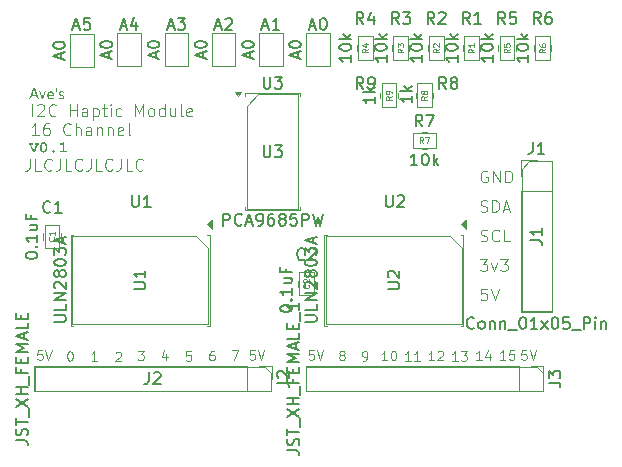
<source format=gbr>
%TF.GenerationSoftware,KiCad,Pcbnew,8.0.4*%
%TF.CreationDate,2024-10-03T15:25:37-05:00*%
%TF.ProjectId,Haptics PWM module,48617074-6963-4732-9050-574d206d6f64,rev?*%
%TF.SameCoordinates,Original*%
%TF.FileFunction,Legend,Top*%
%TF.FilePolarity,Positive*%
%FSLAX46Y46*%
G04 Gerber Fmt 4.6, Leading zero omitted, Abs format (unit mm)*
G04 Created by KiCad (PCBNEW 8.0.4) date 2024-10-03 15:25:37*
%MOMM*%
%LPD*%
G01*
G04 APERTURE LIST*
%ADD10C,0.100000*%
%ADD11C,0.200000*%
%ADD12C,0.150000*%
%ADD13C,0.120000*%
%ADD14C,0.080000*%
G04 APERTURE END LIST*
D10*
X119256265Y-130824800D02*
X119399122Y-130872419D01*
X119399122Y-130872419D02*
X119637217Y-130872419D01*
X119637217Y-130872419D02*
X119732455Y-130824800D01*
X119732455Y-130824800D02*
X119780074Y-130777180D01*
X119780074Y-130777180D02*
X119827693Y-130681942D01*
X119827693Y-130681942D02*
X119827693Y-130586704D01*
X119827693Y-130586704D02*
X119780074Y-130491466D01*
X119780074Y-130491466D02*
X119732455Y-130443847D01*
X119732455Y-130443847D02*
X119637217Y-130396228D01*
X119637217Y-130396228D02*
X119446741Y-130348609D01*
X119446741Y-130348609D02*
X119351503Y-130300990D01*
X119351503Y-130300990D02*
X119303884Y-130253371D01*
X119303884Y-130253371D02*
X119256265Y-130158133D01*
X119256265Y-130158133D02*
X119256265Y-130062895D01*
X119256265Y-130062895D02*
X119303884Y-129967657D01*
X119303884Y-129967657D02*
X119351503Y-129920038D01*
X119351503Y-129920038D02*
X119446741Y-129872419D01*
X119446741Y-129872419D02*
X119684836Y-129872419D01*
X119684836Y-129872419D02*
X119827693Y-129920038D01*
X120256265Y-130872419D02*
X120256265Y-129872419D01*
X120256265Y-129872419D02*
X120494360Y-129872419D01*
X120494360Y-129872419D02*
X120637217Y-129920038D01*
X120637217Y-129920038D02*
X120732455Y-130015276D01*
X120732455Y-130015276D02*
X120780074Y-130110514D01*
X120780074Y-130110514D02*
X120827693Y-130300990D01*
X120827693Y-130300990D02*
X120827693Y-130443847D01*
X120827693Y-130443847D02*
X120780074Y-130634323D01*
X120780074Y-130634323D02*
X120732455Y-130729561D01*
X120732455Y-130729561D02*
X120637217Y-130824800D01*
X120637217Y-130824800D02*
X120494360Y-130872419D01*
X120494360Y-130872419D02*
X120256265Y-130872419D01*
X121208646Y-130586704D02*
X121684836Y-130586704D01*
X121113408Y-130872419D02*
X121446741Y-129872419D01*
X121446741Y-129872419D02*
X121780074Y-130872419D01*
X105137217Y-142596895D02*
X104756265Y-142596895D01*
X104756265Y-142596895D02*
X104718169Y-142977847D01*
X104718169Y-142977847D02*
X104756265Y-142939752D01*
X104756265Y-142939752D02*
X104832455Y-142901657D01*
X104832455Y-142901657D02*
X105022931Y-142901657D01*
X105022931Y-142901657D02*
X105099122Y-142939752D01*
X105099122Y-142939752D02*
X105137217Y-142977847D01*
X105137217Y-142977847D02*
X105175312Y-143054038D01*
X105175312Y-143054038D02*
X105175312Y-143244514D01*
X105175312Y-143244514D02*
X105137217Y-143320704D01*
X105137217Y-143320704D02*
X105099122Y-143358800D01*
X105099122Y-143358800D02*
X105022931Y-143396895D01*
X105022931Y-143396895D02*
X104832455Y-143396895D01*
X104832455Y-143396895D02*
X104756265Y-143358800D01*
X104756265Y-143358800D02*
X104718169Y-143320704D01*
X105403884Y-142596895D02*
X105670551Y-143396895D01*
X105670551Y-143396895D02*
X105937217Y-142596895D01*
X121361838Y-143385140D02*
X120904695Y-143385140D01*
X121133267Y-143385140D02*
X121133267Y-142585140D01*
X121133267Y-142585140D02*
X121057076Y-142699425D01*
X121057076Y-142699425D02*
X120980886Y-142775616D01*
X120980886Y-142775616D02*
X120904695Y-142813711D01*
X122085648Y-142585140D02*
X121704696Y-142585140D01*
X121704696Y-142585140D02*
X121666600Y-142966092D01*
X121666600Y-142966092D02*
X121704696Y-142927997D01*
X121704696Y-142927997D02*
X121780886Y-142889902D01*
X121780886Y-142889902D02*
X121971362Y-142889902D01*
X121971362Y-142889902D02*
X122047553Y-142927997D01*
X122047553Y-142927997D02*
X122085648Y-142966092D01*
X122085648Y-142966092D02*
X122123743Y-143042283D01*
X122123743Y-143042283D02*
X122123743Y-143232759D01*
X122123743Y-143232759D02*
X122085648Y-143308949D01*
X122085648Y-143308949D02*
X122047553Y-143347045D01*
X122047553Y-143347045D02*
X121971362Y-143385140D01*
X121971362Y-143385140D02*
X121780886Y-143385140D01*
X121780886Y-143385140D02*
X121704696Y-143347045D01*
X121704696Y-143347045D02*
X121666600Y-143308949D01*
X119208646Y-134872419D02*
X119827693Y-134872419D01*
X119827693Y-134872419D02*
X119494360Y-135253371D01*
X119494360Y-135253371D02*
X119637217Y-135253371D01*
X119637217Y-135253371D02*
X119732455Y-135300990D01*
X119732455Y-135300990D02*
X119780074Y-135348609D01*
X119780074Y-135348609D02*
X119827693Y-135443847D01*
X119827693Y-135443847D02*
X119827693Y-135681942D01*
X119827693Y-135681942D02*
X119780074Y-135777180D01*
X119780074Y-135777180D02*
X119732455Y-135824800D01*
X119732455Y-135824800D02*
X119637217Y-135872419D01*
X119637217Y-135872419D02*
X119351503Y-135872419D01*
X119351503Y-135872419D02*
X119256265Y-135824800D01*
X119256265Y-135824800D02*
X119208646Y-135777180D01*
X120161027Y-135205752D02*
X120399122Y-135872419D01*
X120399122Y-135872419D02*
X120637217Y-135205752D01*
X120922932Y-134872419D02*
X121541979Y-134872419D01*
X121541979Y-134872419D02*
X121208646Y-135253371D01*
X121208646Y-135253371D02*
X121351503Y-135253371D01*
X121351503Y-135253371D02*
X121446741Y-135300990D01*
X121446741Y-135300990D02*
X121494360Y-135348609D01*
X121494360Y-135348609D02*
X121541979Y-135443847D01*
X121541979Y-135443847D02*
X121541979Y-135681942D01*
X121541979Y-135681942D02*
X121494360Y-135777180D01*
X121494360Y-135777180D02*
X121446741Y-135824800D01*
X121446741Y-135824800D02*
X121351503Y-135872419D01*
X121351503Y-135872419D02*
X121065789Y-135872419D01*
X121065789Y-135872419D02*
X120970551Y-135824800D01*
X120970551Y-135824800D02*
X120922932Y-135777180D01*
D11*
G36*
X81421807Y-125633384D02*
G01*
X81625750Y-125173475D01*
X81593510Y-125173475D01*
X81543428Y-125166672D01*
X81520969Y-125154180D01*
X81499665Y-125108935D01*
X81499476Y-125103133D01*
X81517128Y-125056055D01*
X81520969Y-125052330D01*
X81567232Y-125034336D01*
X81593510Y-125032791D01*
X81782309Y-125032791D01*
X81832509Y-125039679D01*
X81854849Y-125052330D01*
X81876396Y-125097332D01*
X81876587Y-125103133D01*
X81856462Y-125148934D01*
X81843614Y-125160530D01*
X81796049Y-125173020D01*
X81778890Y-125173475D01*
X81489706Y-125830000D01*
X81354396Y-125830000D01*
X81065945Y-125173475D01*
X81017345Y-125168323D01*
X81000732Y-125160286D01*
X80970368Y-125120392D01*
X80967759Y-125103133D01*
X80985612Y-125056055D01*
X80989497Y-125052330D01*
X81035535Y-125034336D01*
X81061793Y-125032791D01*
X81252058Y-125032791D01*
X81301646Y-125039679D01*
X81323866Y-125052330D01*
X81345412Y-125097332D01*
X81345603Y-125103133D01*
X81327951Y-125150411D01*
X81324110Y-125154180D01*
X81278297Y-125171948D01*
X81252058Y-125173475D01*
X81219085Y-125173475D01*
X81421807Y-125633384D01*
G37*
G36*
X82311559Y-124958092D02*
G01*
X82361037Y-124969885D01*
X82404396Y-124990048D01*
X82444200Y-125021583D01*
X82479234Y-125062722D01*
X82506471Y-125104186D01*
X82516503Y-125121695D01*
X82539798Y-125170574D01*
X82556437Y-125220980D01*
X82566420Y-125272912D01*
X82569748Y-125326371D01*
X82569748Y-125473893D01*
X82566958Y-125522774D01*
X82556648Y-125578804D01*
X82541764Y-125625973D01*
X82521299Y-125672353D01*
X82495253Y-125717942D01*
X82490369Y-125725464D01*
X82458207Y-125766302D01*
X82421252Y-125798691D01*
X82372084Y-125825799D01*
X82324748Y-125839881D01*
X82272621Y-125845514D01*
X82263468Y-125845631D01*
X82212768Y-125842149D01*
X82162949Y-125830274D01*
X82119364Y-125809972D01*
X82079786Y-125778159D01*
X82045058Y-125736867D01*
X82018134Y-125695349D01*
X82008234Y-125677836D01*
X81985260Y-125629003D01*
X81968850Y-125578735D01*
X81959004Y-125527032D01*
X81955722Y-125473893D01*
X81955722Y-125327592D01*
X82096406Y-125327592D01*
X82096406Y-125472672D01*
X82100436Y-125524894D01*
X82112526Y-125573606D01*
X82132676Y-125618806D01*
X82160886Y-125660495D01*
X82201307Y-125692402D01*
X82251236Y-125704556D01*
X82263468Y-125704947D01*
X82314472Y-125695597D01*
X82356780Y-125667547D01*
X82367271Y-125656099D01*
X82396788Y-125611669D01*
X82416644Y-125561637D01*
X82426185Y-125512460D01*
X82428332Y-125472672D01*
X82428332Y-125327592D01*
X82424332Y-125275553D01*
X82412334Y-125226903D01*
X82392336Y-125181642D01*
X82364340Y-125139769D01*
X82323729Y-125107863D01*
X82274107Y-125095708D01*
X82262002Y-125095317D01*
X82210498Y-125104667D01*
X82167969Y-125132717D01*
X82157466Y-125144166D01*
X82127950Y-125188595D01*
X82108093Y-125238627D01*
X82098552Y-125287804D01*
X82096406Y-125327592D01*
X81955722Y-125327592D01*
X81955722Y-125326371D01*
X81959497Y-125269694D01*
X81970822Y-125213998D01*
X81986538Y-125167040D01*
X82007802Y-125120804D01*
X82034612Y-125075289D01*
X82066692Y-125034285D01*
X82103580Y-125001764D01*
X82152694Y-124974546D01*
X82200001Y-124960407D01*
X82252116Y-124954751D01*
X82261270Y-124954633D01*
X82311559Y-124958092D01*
G37*
G36*
X83209909Y-125751842D02*
G01*
X83196517Y-125800685D01*
X83181577Y-125818764D01*
X83138166Y-125841853D01*
X83104152Y-125845631D01*
X83055294Y-125837130D01*
X83026482Y-125818764D01*
X83001137Y-125775589D01*
X82998394Y-125751842D01*
X83011670Y-125702999D01*
X83026482Y-125684919D01*
X83070103Y-125661831D01*
X83104152Y-125658053D01*
X83152932Y-125666553D01*
X83181577Y-125684919D01*
X83207142Y-125728095D01*
X83209909Y-125751842D01*
G37*
G36*
X84014445Y-124954633D02*
G01*
X84014445Y-125689316D01*
X84156594Y-125689316D01*
X84206793Y-125696204D01*
X84229134Y-125708855D01*
X84250681Y-125753857D01*
X84250872Y-125759658D01*
X84234229Y-125805632D01*
X84229134Y-125810704D01*
X84182970Y-125828473D01*
X84156594Y-125830000D01*
X83731367Y-125830000D01*
X83681286Y-125823197D01*
X83658827Y-125810704D01*
X83637523Y-125765460D01*
X83637334Y-125759658D01*
X83654986Y-125712580D01*
X83658827Y-125708855D01*
X83705090Y-125690861D01*
X83731367Y-125689316D01*
X83873761Y-125689316D01*
X83873761Y-125146120D01*
X83747976Y-125180558D01*
X83702547Y-125189106D01*
X83657369Y-125168248D01*
X83656140Y-125166880D01*
X83636906Y-125120318D01*
X83636601Y-125112414D01*
X83651011Y-125066252D01*
X83695389Y-125041446D01*
X83711584Y-125036454D01*
X84014445Y-124954633D01*
G37*
D10*
X96662877Y-142643108D02*
X96510496Y-142643108D01*
X96510496Y-142643108D02*
X96434305Y-142681203D01*
X96434305Y-142681203D02*
X96396210Y-142719298D01*
X96396210Y-142719298D02*
X96320020Y-142833584D01*
X96320020Y-142833584D02*
X96281924Y-142985965D01*
X96281924Y-142985965D02*
X96281924Y-143290727D01*
X96281924Y-143290727D02*
X96320020Y-143366917D01*
X96320020Y-143366917D02*
X96358115Y-143405013D01*
X96358115Y-143405013D02*
X96434305Y-143443108D01*
X96434305Y-143443108D02*
X96586686Y-143443108D01*
X96586686Y-143443108D02*
X96662877Y-143405013D01*
X96662877Y-143405013D02*
X96700972Y-143366917D01*
X96700972Y-143366917D02*
X96739067Y-143290727D01*
X96739067Y-143290727D02*
X96739067Y-143100251D01*
X96739067Y-143100251D02*
X96700972Y-143024060D01*
X96700972Y-143024060D02*
X96662877Y-142985965D01*
X96662877Y-142985965D02*
X96586686Y-142947870D01*
X96586686Y-142947870D02*
X96434305Y-142947870D01*
X96434305Y-142947870D02*
X96358115Y-142985965D01*
X96358115Y-142985965D02*
X96320020Y-143024060D01*
X96320020Y-143024060D02*
X96281924Y-143100251D01*
X123137217Y-142596895D02*
X122756265Y-142596895D01*
X122756265Y-142596895D02*
X122718169Y-142977847D01*
X122718169Y-142977847D02*
X122756265Y-142939752D01*
X122756265Y-142939752D02*
X122832455Y-142901657D01*
X122832455Y-142901657D02*
X123022931Y-142901657D01*
X123022931Y-142901657D02*
X123099122Y-142939752D01*
X123099122Y-142939752D02*
X123137217Y-142977847D01*
X123137217Y-142977847D02*
X123175312Y-143054038D01*
X123175312Y-143054038D02*
X123175312Y-143244514D01*
X123175312Y-143244514D02*
X123137217Y-143320704D01*
X123137217Y-143320704D02*
X123099122Y-143358800D01*
X123099122Y-143358800D02*
X123022931Y-143396895D01*
X123022931Y-143396895D02*
X122832455Y-143396895D01*
X122832455Y-143396895D02*
X122756265Y-143358800D01*
X122756265Y-143358800D02*
X122718169Y-143320704D01*
X123403884Y-142596895D02*
X123670551Y-143396895D01*
X123670551Y-143396895D02*
X123937217Y-142596895D01*
X82137217Y-142596895D02*
X81756265Y-142596895D01*
X81756265Y-142596895D02*
X81718169Y-142977847D01*
X81718169Y-142977847D02*
X81756265Y-142939752D01*
X81756265Y-142939752D02*
X81832455Y-142901657D01*
X81832455Y-142901657D02*
X82022931Y-142901657D01*
X82022931Y-142901657D02*
X82099122Y-142939752D01*
X82099122Y-142939752D02*
X82137217Y-142977847D01*
X82137217Y-142977847D02*
X82175312Y-143054038D01*
X82175312Y-143054038D02*
X82175312Y-143244514D01*
X82175312Y-143244514D02*
X82137217Y-143320704D01*
X82137217Y-143320704D02*
X82099122Y-143358800D01*
X82099122Y-143358800D02*
X82022931Y-143396895D01*
X82022931Y-143396895D02*
X81832455Y-143396895D01*
X81832455Y-143396895D02*
X81756265Y-143358800D01*
X81756265Y-143358800D02*
X81718169Y-143320704D01*
X82403884Y-142596895D02*
X82670551Y-143396895D01*
X82670551Y-143396895D02*
X82937217Y-142596895D01*
X88370920Y-142779803D02*
X88409016Y-142741708D01*
X88409016Y-142741708D02*
X88485206Y-142703613D01*
X88485206Y-142703613D02*
X88675682Y-142703613D01*
X88675682Y-142703613D02*
X88751873Y-142741708D01*
X88751873Y-142741708D02*
X88789968Y-142779803D01*
X88789968Y-142779803D02*
X88828063Y-142855994D01*
X88828063Y-142855994D02*
X88828063Y-142932184D01*
X88828063Y-142932184D02*
X88789968Y-143046470D01*
X88789968Y-143046470D02*
X88332825Y-143503613D01*
X88332825Y-143503613D02*
X88828063Y-143503613D01*
X90238727Y-142627982D02*
X90733965Y-142627982D01*
X90733965Y-142627982D02*
X90467299Y-142932744D01*
X90467299Y-142932744D02*
X90581584Y-142932744D01*
X90581584Y-142932744D02*
X90657775Y-142970839D01*
X90657775Y-142970839D02*
X90695870Y-143008934D01*
X90695870Y-143008934D02*
X90733965Y-143085125D01*
X90733965Y-143085125D02*
X90733965Y-143275601D01*
X90733965Y-143275601D02*
X90695870Y-143351791D01*
X90695870Y-143351791D02*
X90657775Y-143389887D01*
X90657775Y-143389887D02*
X90581584Y-143427982D01*
X90581584Y-143427982D02*
X90353013Y-143427982D01*
X90353013Y-143427982D02*
X90276822Y-143389887D01*
X90276822Y-143389887D02*
X90238727Y-143351791D01*
X109294360Y-143455729D02*
X109446741Y-143455729D01*
X109446741Y-143455729D02*
X109522931Y-143417634D01*
X109522931Y-143417634D02*
X109561027Y-143379538D01*
X109561027Y-143379538D02*
X109637217Y-143265253D01*
X109637217Y-143265253D02*
X109675312Y-143112872D01*
X109675312Y-143112872D02*
X109675312Y-142808110D01*
X109675312Y-142808110D02*
X109637217Y-142731919D01*
X109637217Y-142731919D02*
X109599122Y-142693824D01*
X109599122Y-142693824D02*
X109522931Y-142655729D01*
X109522931Y-142655729D02*
X109370550Y-142655729D01*
X109370550Y-142655729D02*
X109294360Y-142693824D01*
X109294360Y-142693824D02*
X109256265Y-142731919D01*
X109256265Y-142731919D02*
X109218169Y-142808110D01*
X109218169Y-142808110D02*
X109218169Y-142998586D01*
X109218169Y-142998586D02*
X109256265Y-143074776D01*
X109256265Y-143074776D02*
X109294360Y-143112872D01*
X109294360Y-143112872D02*
X109370550Y-143150967D01*
X109370550Y-143150967D02*
X109522931Y-143150967D01*
X109522931Y-143150967D02*
X109599122Y-143112872D01*
X109599122Y-143112872D02*
X109637217Y-143074776D01*
X109637217Y-143074776D02*
X109675312Y-142998586D01*
X107443493Y-142978417D02*
X107367303Y-142940322D01*
X107367303Y-142940322D02*
X107329208Y-142902226D01*
X107329208Y-142902226D02*
X107291112Y-142826036D01*
X107291112Y-142826036D02*
X107291112Y-142787941D01*
X107291112Y-142787941D02*
X107329208Y-142711750D01*
X107329208Y-142711750D02*
X107367303Y-142673655D01*
X107367303Y-142673655D02*
X107443493Y-142635560D01*
X107443493Y-142635560D02*
X107595874Y-142635560D01*
X107595874Y-142635560D02*
X107672065Y-142673655D01*
X107672065Y-142673655D02*
X107710160Y-142711750D01*
X107710160Y-142711750D02*
X107748255Y-142787941D01*
X107748255Y-142787941D02*
X107748255Y-142826036D01*
X107748255Y-142826036D02*
X107710160Y-142902226D01*
X107710160Y-142902226D02*
X107672065Y-142940322D01*
X107672065Y-142940322D02*
X107595874Y-142978417D01*
X107595874Y-142978417D02*
X107443493Y-142978417D01*
X107443493Y-142978417D02*
X107367303Y-143016512D01*
X107367303Y-143016512D02*
X107329208Y-143054607D01*
X107329208Y-143054607D02*
X107291112Y-143130798D01*
X107291112Y-143130798D02*
X107291112Y-143283179D01*
X107291112Y-143283179D02*
X107329208Y-143359369D01*
X107329208Y-143359369D02*
X107367303Y-143397465D01*
X107367303Y-143397465D02*
X107443493Y-143435560D01*
X107443493Y-143435560D02*
X107595874Y-143435560D01*
X107595874Y-143435560D02*
X107672065Y-143397465D01*
X107672065Y-143397465D02*
X107710160Y-143359369D01*
X107710160Y-143359369D02*
X107748255Y-143283179D01*
X107748255Y-143283179D02*
X107748255Y-143130798D01*
X107748255Y-143130798D02*
X107710160Y-143054607D01*
X107710160Y-143054607D02*
X107672065Y-143016512D01*
X107672065Y-143016512D02*
X107595874Y-142978417D01*
X115321441Y-143435560D02*
X114864298Y-143435560D01*
X115092870Y-143435560D02*
X115092870Y-142635560D01*
X115092870Y-142635560D02*
X115016679Y-142749845D01*
X115016679Y-142749845D02*
X114940489Y-142826036D01*
X114940489Y-142826036D02*
X114864298Y-142864131D01*
X115626203Y-142711750D02*
X115664299Y-142673655D01*
X115664299Y-142673655D02*
X115740489Y-142635560D01*
X115740489Y-142635560D02*
X115930965Y-142635560D01*
X115930965Y-142635560D02*
X116007156Y-142673655D01*
X116007156Y-142673655D02*
X116045251Y-142711750D01*
X116045251Y-142711750D02*
X116083346Y-142787941D01*
X116083346Y-142787941D02*
X116083346Y-142864131D01*
X116083346Y-142864131D02*
X116045251Y-142978417D01*
X116045251Y-142978417D02*
X115588108Y-143435560D01*
X115588108Y-143435560D02*
X116083346Y-143435560D01*
X98225362Y-142597730D02*
X98758696Y-142597730D01*
X98758696Y-142597730D02*
X98415838Y-143397730D01*
X119780074Y-137372419D02*
X119303884Y-137372419D01*
X119303884Y-137372419D02*
X119256265Y-137848609D01*
X119256265Y-137848609D02*
X119303884Y-137800990D01*
X119303884Y-137800990D02*
X119399122Y-137753371D01*
X119399122Y-137753371D02*
X119637217Y-137753371D01*
X119637217Y-137753371D02*
X119732455Y-137800990D01*
X119732455Y-137800990D02*
X119780074Y-137848609D01*
X119780074Y-137848609D02*
X119827693Y-137943847D01*
X119827693Y-137943847D02*
X119827693Y-138181942D01*
X119827693Y-138181942D02*
X119780074Y-138277180D01*
X119780074Y-138277180D02*
X119732455Y-138324800D01*
X119732455Y-138324800D02*
X119637217Y-138372419D01*
X119637217Y-138372419D02*
X119399122Y-138372419D01*
X119399122Y-138372419D02*
X119303884Y-138324800D01*
X119303884Y-138324800D02*
X119256265Y-138277180D01*
X120113408Y-137372419D02*
X120446741Y-138372419D01*
X120446741Y-138372419D02*
X120780074Y-137372419D01*
X92639307Y-142909774D02*
X92639307Y-143443108D01*
X92448831Y-142605013D02*
X92258354Y-143176441D01*
X92258354Y-143176441D02*
X92753593Y-143176441D01*
X81303884Y-122762475D02*
X81303884Y-121762475D01*
X81732455Y-121857713D02*
X81780074Y-121810094D01*
X81780074Y-121810094D02*
X81875312Y-121762475D01*
X81875312Y-121762475D02*
X82113407Y-121762475D01*
X82113407Y-121762475D02*
X82208645Y-121810094D01*
X82208645Y-121810094D02*
X82256264Y-121857713D01*
X82256264Y-121857713D02*
X82303883Y-121952951D01*
X82303883Y-121952951D02*
X82303883Y-122048189D01*
X82303883Y-122048189D02*
X82256264Y-122191046D01*
X82256264Y-122191046D02*
X81684836Y-122762475D01*
X81684836Y-122762475D02*
X82303883Y-122762475D01*
X83303883Y-122667236D02*
X83256264Y-122714856D01*
X83256264Y-122714856D02*
X83113407Y-122762475D01*
X83113407Y-122762475D02*
X83018169Y-122762475D01*
X83018169Y-122762475D02*
X82875312Y-122714856D01*
X82875312Y-122714856D02*
X82780074Y-122619617D01*
X82780074Y-122619617D02*
X82732455Y-122524379D01*
X82732455Y-122524379D02*
X82684836Y-122333903D01*
X82684836Y-122333903D02*
X82684836Y-122191046D01*
X82684836Y-122191046D02*
X82732455Y-122000570D01*
X82732455Y-122000570D02*
X82780074Y-121905332D01*
X82780074Y-121905332D02*
X82875312Y-121810094D01*
X82875312Y-121810094D02*
X83018169Y-121762475D01*
X83018169Y-121762475D02*
X83113407Y-121762475D01*
X83113407Y-121762475D02*
X83256264Y-121810094D01*
X83256264Y-121810094D02*
X83303883Y-121857713D01*
X84494360Y-122762475D02*
X84494360Y-121762475D01*
X84494360Y-122238665D02*
X85065788Y-122238665D01*
X85065788Y-122762475D02*
X85065788Y-121762475D01*
X85970550Y-122762475D02*
X85970550Y-122238665D01*
X85970550Y-122238665D02*
X85922931Y-122143427D01*
X85922931Y-122143427D02*
X85827693Y-122095808D01*
X85827693Y-122095808D02*
X85637217Y-122095808D01*
X85637217Y-122095808D02*
X85541979Y-122143427D01*
X85970550Y-122714856D02*
X85875312Y-122762475D01*
X85875312Y-122762475D02*
X85637217Y-122762475D01*
X85637217Y-122762475D02*
X85541979Y-122714856D01*
X85541979Y-122714856D02*
X85494360Y-122619617D01*
X85494360Y-122619617D02*
X85494360Y-122524379D01*
X85494360Y-122524379D02*
X85541979Y-122429141D01*
X85541979Y-122429141D02*
X85637217Y-122381522D01*
X85637217Y-122381522D02*
X85875312Y-122381522D01*
X85875312Y-122381522D02*
X85970550Y-122333903D01*
X86446741Y-122095808D02*
X86446741Y-123095808D01*
X86446741Y-122143427D02*
X86541979Y-122095808D01*
X86541979Y-122095808D02*
X86732455Y-122095808D01*
X86732455Y-122095808D02*
X86827693Y-122143427D01*
X86827693Y-122143427D02*
X86875312Y-122191046D01*
X86875312Y-122191046D02*
X86922931Y-122286284D01*
X86922931Y-122286284D02*
X86922931Y-122571998D01*
X86922931Y-122571998D02*
X86875312Y-122667236D01*
X86875312Y-122667236D02*
X86827693Y-122714856D01*
X86827693Y-122714856D02*
X86732455Y-122762475D01*
X86732455Y-122762475D02*
X86541979Y-122762475D01*
X86541979Y-122762475D02*
X86446741Y-122714856D01*
X87208646Y-122095808D02*
X87589598Y-122095808D01*
X87351503Y-121762475D02*
X87351503Y-122619617D01*
X87351503Y-122619617D02*
X87399122Y-122714856D01*
X87399122Y-122714856D02*
X87494360Y-122762475D01*
X87494360Y-122762475D02*
X87589598Y-122762475D01*
X87922932Y-122762475D02*
X87922932Y-122095808D01*
X87922932Y-121762475D02*
X87875313Y-121810094D01*
X87875313Y-121810094D02*
X87922932Y-121857713D01*
X87922932Y-121857713D02*
X87970551Y-121810094D01*
X87970551Y-121810094D02*
X87922932Y-121762475D01*
X87922932Y-121762475D02*
X87922932Y-121857713D01*
X88827693Y-122714856D02*
X88732455Y-122762475D01*
X88732455Y-122762475D02*
X88541979Y-122762475D01*
X88541979Y-122762475D02*
X88446741Y-122714856D01*
X88446741Y-122714856D02*
X88399122Y-122667236D01*
X88399122Y-122667236D02*
X88351503Y-122571998D01*
X88351503Y-122571998D02*
X88351503Y-122286284D01*
X88351503Y-122286284D02*
X88399122Y-122191046D01*
X88399122Y-122191046D02*
X88446741Y-122143427D01*
X88446741Y-122143427D02*
X88541979Y-122095808D01*
X88541979Y-122095808D02*
X88732455Y-122095808D01*
X88732455Y-122095808D02*
X88827693Y-122143427D01*
X90018170Y-122762475D02*
X90018170Y-121762475D01*
X90018170Y-121762475D02*
X90351503Y-122476760D01*
X90351503Y-122476760D02*
X90684836Y-121762475D01*
X90684836Y-121762475D02*
X90684836Y-122762475D01*
X91303884Y-122762475D02*
X91208646Y-122714856D01*
X91208646Y-122714856D02*
X91161027Y-122667236D01*
X91161027Y-122667236D02*
X91113408Y-122571998D01*
X91113408Y-122571998D02*
X91113408Y-122286284D01*
X91113408Y-122286284D02*
X91161027Y-122191046D01*
X91161027Y-122191046D02*
X91208646Y-122143427D01*
X91208646Y-122143427D02*
X91303884Y-122095808D01*
X91303884Y-122095808D02*
X91446741Y-122095808D01*
X91446741Y-122095808D02*
X91541979Y-122143427D01*
X91541979Y-122143427D02*
X91589598Y-122191046D01*
X91589598Y-122191046D02*
X91637217Y-122286284D01*
X91637217Y-122286284D02*
X91637217Y-122571998D01*
X91637217Y-122571998D02*
X91589598Y-122667236D01*
X91589598Y-122667236D02*
X91541979Y-122714856D01*
X91541979Y-122714856D02*
X91446741Y-122762475D01*
X91446741Y-122762475D02*
X91303884Y-122762475D01*
X92494360Y-122762475D02*
X92494360Y-121762475D01*
X92494360Y-122714856D02*
X92399122Y-122762475D01*
X92399122Y-122762475D02*
X92208646Y-122762475D01*
X92208646Y-122762475D02*
X92113408Y-122714856D01*
X92113408Y-122714856D02*
X92065789Y-122667236D01*
X92065789Y-122667236D02*
X92018170Y-122571998D01*
X92018170Y-122571998D02*
X92018170Y-122286284D01*
X92018170Y-122286284D02*
X92065789Y-122191046D01*
X92065789Y-122191046D02*
X92113408Y-122143427D01*
X92113408Y-122143427D02*
X92208646Y-122095808D01*
X92208646Y-122095808D02*
X92399122Y-122095808D01*
X92399122Y-122095808D02*
X92494360Y-122143427D01*
X93399122Y-122095808D02*
X93399122Y-122762475D01*
X92970551Y-122095808D02*
X92970551Y-122619617D01*
X92970551Y-122619617D02*
X93018170Y-122714856D01*
X93018170Y-122714856D02*
X93113408Y-122762475D01*
X93113408Y-122762475D02*
X93256265Y-122762475D01*
X93256265Y-122762475D02*
X93351503Y-122714856D01*
X93351503Y-122714856D02*
X93399122Y-122667236D01*
X94018170Y-122762475D02*
X93922932Y-122714856D01*
X93922932Y-122714856D02*
X93875313Y-122619617D01*
X93875313Y-122619617D02*
X93875313Y-121762475D01*
X94780075Y-122714856D02*
X94684837Y-122762475D01*
X94684837Y-122762475D02*
X94494361Y-122762475D01*
X94494361Y-122762475D02*
X94399123Y-122714856D01*
X94399123Y-122714856D02*
X94351504Y-122619617D01*
X94351504Y-122619617D02*
X94351504Y-122238665D01*
X94351504Y-122238665D02*
X94399123Y-122143427D01*
X94399123Y-122143427D02*
X94494361Y-122095808D01*
X94494361Y-122095808D02*
X94684837Y-122095808D01*
X94684837Y-122095808D02*
X94780075Y-122143427D01*
X94780075Y-122143427D02*
X94827694Y-122238665D01*
X94827694Y-122238665D02*
X94827694Y-122333903D01*
X94827694Y-122333903D02*
X94351504Y-122429141D01*
X81827693Y-124372419D02*
X81256265Y-124372419D01*
X81541979Y-124372419D02*
X81541979Y-123372419D01*
X81541979Y-123372419D02*
X81446741Y-123515276D01*
X81446741Y-123515276D02*
X81351503Y-123610514D01*
X81351503Y-123610514D02*
X81256265Y-123658133D01*
X82684836Y-123372419D02*
X82494360Y-123372419D01*
X82494360Y-123372419D02*
X82399122Y-123420038D01*
X82399122Y-123420038D02*
X82351503Y-123467657D01*
X82351503Y-123467657D02*
X82256265Y-123610514D01*
X82256265Y-123610514D02*
X82208646Y-123800990D01*
X82208646Y-123800990D02*
X82208646Y-124181942D01*
X82208646Y-124181942D02*
X82256265Y-124277180D01*
X82256265Y-124277180D02*
X82303884Y-124324800D01*
X82303884Y-124324800D02*
X82399122Y-124372419D01*
X82399122Y-124372419D02*
X82589598Y-124372419D01*
X82589598Y-124372419D02*
X82684836Y-124324800D01*
X82684836Y-124324800D02*
X82732455Y-124277180D01*
X82732455Y-124277180D02*
X82780074Y-124181942D01*
X82780074Y-124181942D02*
X82780074Y-123943847D01*
X82780074Y-123943847D02*
X82732455Y-123848609D01*
X82732455Y-123848609D02*
X82684836Y-123800990D01*
X82684836Y-123800990D02*
X82589598Y-123753371D01*
X82589598Y-123753371D02*
X82399122Y-123753371D01*
X82399122Y-123753371D02*
X82303884Y-123800990D01*
X82303884Y-123800990D02*
X82256265Y-123848609D01*
X82256265Y-123848609D02*
X82208646Y-123943847D01*
X84541979Y-124277180D02*
X84494360Y-124324800D01*
X84494360Y-124324800D02*
X84351503Y-124372419D01*
X84351503Y-124372419D02*
X84256265Y-124372419D01*
X84256265Y-124372419D02*
X84113408Y-124324800D01*
X84113408Y-124324800D02*
X84018170Y-124229561D01*
X84018170Y-124229561D02*
X83970551Y-124134323D01*
X83970551Y-124134323D02*
X83922932Y-123943847D01*
X83922932Y-123943847D02*
X83922932Y-123800990D01*
X83922932Y-123800990D02*
X83970551Y-123610514D01*
X83970551Y-123610514D02*
X84018170Y-123515276D01*
X84018170Y-123515276D02*
X84113408Y-123420038D01*
X84113408Y-123420038D02*
X84256265Y-123372419D01*
X84256265Y-123372419D02*
X84351503Y-123372419D01*
X84351503Y-123372419D02*
X84494360Y-123420038D01*
X84494360Y-123420038D02*
X84541979Y-123467657D01*
X84970551Y-124372419D02*
X84970551Y-123372419D01*
X85399122Y-124372419D02*
X85399122Y-123848609D01*
X85399122Y-123848609D02*
X85351503Y-123753371D01*
X85351503Y-123753371D02*
X85256265Y-123705752D01*
X85256265Y-123705752D02*
X85113408Y-123705752D01*
X85113408Y-123705752D02*
X85018170Y-123753371D01*
X85018170Y-123753371D02*
X84970551Y-123800990D01*
X86303884Y-124372419D02*
X86303884Y-123848609D01*
X86303884Y-123848609D02*
X86256265Y-123753371D01*
X86256265Y-123753371D02*
X86161027Y-123705752D01*
X86161027Y-123705752D02*
X85970551Y-123705752D01*
X85970551Y-123705752D02*
X85875313Y-123753371D01*
X86303884Y-124324800D02*
X86208646Y-124372419D01*
X86208646Y-124372419D02*
X85970551Y-124372419D01*
X85970551Y-124372419D02*
X85875313Y-124324800D01*
X85875313Y-124324800D02*
X85827694Y-124229561D01*
X85827694Y-124229561D02*
X85827694Y-124134323D01*
X85827694Y-124134323D02*
X85875313Y-124039085D01*
X85875313Y-124039085D02*
X85970551Y-123991466D01*
X85970551Y-123991466D02*
X86208646Y-123991466D01*
X86208646Y-123991466D02*
X86303884Y-123943847D01*
X86780075Y-123705752D02*
X86780075Y-124372419D01*
X86780075Y-123800990D02*
X86827694Y-123753371D01*
X86827694Y-123753371D02*
X86922932Y-123705752D01*
X86922932Y-123705752D02*
X87065789Y-123705752D01*
X87065789Y-123705752D02*
X87161027Y-123753371D01*
X87161027Y-123753371D02*
X87208646Y-123848609D01*
X87208646Y-123848609D02*
X87208646Y-124372419D01*
X87684837Y-123705752D02*
X87684837Y-124372419D01*
X87684837Y-123800990D02*
X87732456Y-123753371D01*
X87732456Y-123753371D02*
X87827694Y-123705752D01*
X87827694Y-123705752D02*
X87970551Y-123705752D01*
X87970551Y-123705752D02*
X88065789Y-123753371D01*
X88065789Y-123753371D02*
X88113408Y-123848609D01*
X88113408Y-123848609D02*
X88113408Y-124372419D01*
X88970551Y-124324800D02*
X88875313Y-124372419D01*
X88875313Y-124372419D02*
X88684837Y-124372419D01*
X88684837Y-124372419D02*
X88589599Y-124324800D01*
X88589599Y-124324800D02*
X88541980Y-124229561D01*
X88541980Y-124229561D02*
X88541980Y-123848609D01*
X88541980Y-123848609D02*
X88589599Y-123753371D01*
X88589599Y-123753371D02*
X88684837Y-123705752D01*
X88684837Y-123705752D02*
X88875313Y-123705752D01*
X88875313Y-123705752D02*
X88970551Y-123753371D01*
X88970551Y-123753371D02*
X89018170Y-123848609D01*
X89018170Y-123848609D02*
X89018170Y-123943847D01*
X89018170Y-123943847D02*
X88541980Y-124039085D01*
X89589599Y-124372419D02*
X89494361Y-124324800D01*
X89494361Y-124324800D02*
X89446742Y-124229561D01*
X89446742Y-124229561D02*
X89446742Y-123372419D01*
X100137217Y-142596895D02*
X99756265Y-142596895D01*
X99756265Y-142596895D02*
X99718169Y-142977847D01*
X99718169Y-142977847D02*
X99756265Y-142939752D01*
X99756265Y-142939752D02*
X99832455Y-142901657D01*
X99832455Y-142901657D02*
X100022931Y-142901657D01*
X100022931Y-142901657D02*
X100099122Y-142939752D01*
X100099122Y-142939752D02*
X100137217Y-142977847D01*
X100137217Y-142977847D02*
X100175312Y-143054038D01*
X100175312Y-143054038D02*
X100175312Y-143244514D01*
X100175312Y-143244514D02*
X100137217Y-143320704D01*
X100137217Y-143320704D02*
X100099122Y-143358800D01*
X100099122Y-143358800D02*
X100022931Y-143396895D01*
X100022931Y-143396895D02*
X99832455Y-143396895D01*
X99832455Y-143396895D02*
X99756265Y-143358800D01*
X99756265Y-143358800D02*
X99718169Y-143320704D01*
X100403884Y-142596895D02*
X100670551Y-143396895D01*
X100670551Y-143396895D02*
X100937217Y-142596895D01*
X84447070Y-142658235D02*
X84523260Y-142658235D01*
X84523260Y-142658235D02*
X84599451Y-142696330D01*
X84599451Y-142696330D02*
X84637546Y-142734425D01*
X84637546Y-142734425D02*
X84675641Y-142810616D01*
X84675641Y-142810616D02*
X84713736Y-142962997D01*
X84713736Y-142962997D02*
X84713736Y-143153473D01*
X84713736Y-143153473D02*
X84675641Y-143305854D01*
X84675641Y-143305854D02*
X84637546Y-143382044D01*
X84637546Y-143382044D02*
X84599451Y-143420140D01*
X84599451Y-143420140D02*
X84523260Y-143458235D01*
X84523260Y-143458235D02*
X84447070Y-143458235D01*
X84447070Y-143458235D02*
X84370879Y-143420140D01*
X84370879Y-143420140D02*
X84332784Y-143382044D01*
X84332784Y-143382044D02*
X84294689Y-143305854D01*
X84294689Y-143305854D02*
X84256593Y-143153473D01*
X84256593Y-143153473D02*
X84256593Y-142962997D01*
X84256593Y-142962997D02*
X84294689Y-142810616D01*
X84294689Y-142810616D02*
X84332784Y-142734425D01*
X84332784Y-142734425D02*
X84370879Y-142696330D01*
X84370879Y-142696330D02*
X84447070Y-142658235D01*
X86770900Y-143488487D02*
X86313757Y-143488487D01*
X86542329Y-143488487D02*
X86542329Y-142688487D01*
X86542329Y-142688487D02*
X86466138Y-142802772D01*
X86466138Y-142802772D02*
X86389948Y-142878963D01*
X86389948Y-142878963D02*
X86313757Y-142917058D01*
X117328184Y-143475897D02*
X116871041Y-143475897D01*
X117099613Y-143475897D02*
X117099613Y-142675897D01*
X117099613Y-142675897D02*
X117023422Y-142790182D01*
X117023422Y-142790182D02*
X116947232Y-142866373D01*
X116947232Y-142866373D02*
X116871041Y-142904468D01*
X117594851Y-142675897D02*
X118090089Y-142675897D01*
X118090089Y-142675897D02*
X117823423Y-142980659D01*
X117823423Y-142980659D02*
X117937708Y-142980659D01*
X117937708Y-142980659D02*
X118013899Y-143018754D01*
X118013899Y-143018754D02*
X118051994Y-143056849D01*
X118051994Y-143056849D02*
X118090089Y-143133040D01*
X118090089Y-143133040D02*
X118090089Y-143323516D01*
X118090089Y-143323516D02*
X118051994Y-143399706D01*
X118051994Y-143399706D02*
X118013899Y-143437802D01*
X118013899Y-143437802D02*
X117937708Y-143475897D01*
X117937708Y-143475897D02*
X117709137Y-143475897D01*
X117709137Y-143475897D02*
X117632946Y-143437802D01*
X117632946Y-143437802D02*
X117594851Y-143399706D01*
X94734566Y-142673361D02*
X94353614Y-142673361D01*
X94353614Y-142673361D02*
X94315518Y-143054313D01*
X94315518Y-143054313D02*
X94353614Y-143016218D01*
X94353614Y-143016218D02*
X94429804Y-142978123D01*
X94429804Y-142978123D02*
X94620280Y-142978123D01*
X94620280Y-142978123D02*
X94696471Y-143016218D01*
X94696471Y-143016218D02*
X94734566Y-143054313D01*
X94734566Y-143054313D02*
X94772661Y-143130504D01*
X94772661Y-143130504D02*
X94772661Y-143320980D01*
X94772661Y-143320980D02*
X94734566Y-143397170D01*
X94734566Y-143397170D02*
X94696471Y-143435266D01*
X94696471Y-143435266D02*
X94620280Y-143473361D01*
X94620280Y-143473361D02*
X94429804Y-143473361D01*
X94429804Y-143473361D02*
X94353614Y-143435266D01*
X94353614Y-143435266D02*
X94315518Y-143397170D01*
X113344950Y-143475897D02*
X112887807Y-143475897D01*
X113116379Y-143475897D02*
X113116379Y-142675897D01*
X113116379Y-142675897D02*
X113040188Y-142790182D01*
X113040188Y-142790182D02*
X112963998Y-142866373D01*
X112963998Y-142866373D02*
X112887807Y-142904468D01*
X114106855Y-143475897D02*
X113649712Y-143475897D01*
X113878284Y-143475897D02*
X113878284Y-142675897D01*
X113878284Y-142675897D02*
X113802093Y-142790182D01*
X113802093Y-142790182D02*
X113725903Y-142866373D01*
X113725903Y-142866373D02*
X113649712Y-142904468D01*
G36*
X81871946Y-121330000D02*
G01*
X81750314Y-121330000D01*
X81643335Y-121048632D01*
X81247418Y-121048632D01*
X81140683Y-121330000D01*
X81020272Y-121330000D01*
X81170991Y-120954842D01*
X81283321Y-120954842D01*
X81607920Y-120954842D01*
X81572749Y-120862519D01*
X81551881Y-120807719D01*
X81533952Y-120760609D01*
X81515535Y-120712187D01*
X81496629Y-120662454D01*
X81477234Y-120611408D01*
X81457350Y-120559051D01*
X81453314Y-120548422D01*
X81437683Y-120548422D01*
X81417514Y-120601481D01*
X81397917Y-120653037D01*
X81378893Y-120703090D01*
X81360441Y-120751640D01*
X81342562Y-120798688D01*
X81321862Y-120853162D01*
X81318492Y-120862030D01*
X81283321Y-120954842D01*
X81170991Y-120954842D01*
X81390788Y-120407739D01*
X81500209Y-120407739D01*
X81871946Y-121330000D01*
G37*
G36*
X82181402Y-121221556D02*
G01*
X82197984Y-121172812D01*
X82215681Y-121122335D01*
X82233618Y-121072212D01*
X82245882Y-121038374D01*
X82377529Y-120673475D01*
X82484019Y-120673475D01*
X82236113Y-121330000D01*
X82125226Y-121330000D01*
X81877320Y-120673475D01*
X81983810Y-120673475D01*
X82114724Y-121038374D01*
X82133286Y-121090306D01*
X82150139Y-121138147D01*
X82167055Y-121187078D01*
X82178715Y-121221556D01*
X82181402Y-121221556D01*
G37*
G36*
X82919573Y-120661976D02*
G01*
X82969506Y-120675493D01*
X82972505Y-120676650D01*
X83017201Y-120700647D01*
X83055547Y-120735512D01*
X83085246Y-120778217D01*
X83105690Y-120823562D01*
X83110990Y-120839071D01*
X83123493Y-120890271D01*
X83129884Y-120943479D01*
X83131507Y-120991479D01*
X83131507Y-121005889D01*
X83130774Y-121033000D01*
X82671842Y-121033000D01*
X82675442Y-121081900D01*
X82688371Y-121129314D01*
X82690648Y-121134605D01*
X82716331Y-121176568D01*
X82742184Y-121202260D01*
X82785010Y-121228097D01*
X82818876Y-121240118D01*
X82867518Y-121249266D01*
X82913642Y-121251842D01*
X82964262Y-121249827D01*
X83010118Y-121243782D01*
X83059148Y-121232353D01*
X83097069Y-121220579D01*
X83097069Y-121308750D01*
X83049738Y-121326470D01*
X83010607Y-121335617D01*
X82960629Y-121342805D01*
X82910981Y-121345543D01*
X82899965Y-121345631D01*
X82848593Y-121343124D01*
X82799627Y-121335602D01*
X82768318Y-121327801D01*
X82721410Y-121309687D01*
X82677385Y-121282064D01*
X82663293Y-121270160D01*
X82628732Y-121230483D01*
X82603253Y-121185352D01*
X82595150Y-121165868D01*
X82581383Y-121118450D01*
X82573827Y-121069983D01*
X82570993Y-121016412D01*
X82570969Y-121010774D01*
X82573379Y-120957217D01*
X82576039Y-120939211D01*
X82677459Y-120939211D01*
X83024284Y-120939211D01*
X83019761Y-120889593D01*
X83013782Y-120865450D01*
X82993637Y-120820838D01*
X82983007Y-120805854D01*
X82945751Y-120772873D01*
X82933182Y-120766043D01*
X82885778Y-120752772D01*
X82864549Y-120751632D01*
X82814363Y-120758674D01*
X82793230Y-120766531D01*
X82750347Y-120793149D01*
X82735833Y-120806587D01*
X82705518Y-120847644D01*
X82696266Y-120866182D01*
X82681335Y-120913061D01*
X82677459Y-120939211D01*
X82576039Y-120939211D01*
X82580606Y-120908288D01*
X82594120Y-120859809D01*
X82595638Y-120855680D01*
X82616624Y-120809461D01*
X82644552Y-120766289D01*
X82661828Y-120746015D01*
X82700496Y-120711587D01*
X82743840Y-120685668D01*
X82757083Y-120679825D01*
X82805034Y-120664798D01*
X82854856Y-120658187D01*
X82869434Y-120657843D01*
X82919573Y-120661976D01*
G37*
G36*
X83289532Y-120407739D02*
G01*
X83396022Y-120407739D01*
X83396022Y-120751632D01*
X83289532Y-120751632D01*
X83289532Y-120407739D01*
G37*
G36*
X83647592Y-120849085D02*
G01*
X83659560Y-120893293D01*
X83691556Y-120921137D01*
X83737962Y-120938478D01*
X83787177Y-120949871D01*
X83792428Y-120950935D01*
X83841505Y-120962570D01*
X83865701Y-120969253D01*
X83912430Y-120988596D01*
X83929204Y-120999050D01*
X83965406Y-121035033D01*
X83976343Y-121053028D01*
X83991434Y-121100576D01*
X83994417Y-121141444D01*
X83988902Y-121190884D01*
X83974877Y-121229127D01*
X83945905Y-121270068D01*
X83919434Y-121293119D01*
X83874912Y-121318106D01*
X83834193Y-121332198D01*
X83785511Y-121341840D01*
X83736103Y-121345513D01*
X83725017Y-121345631D01*
X83676110Y-121343612D01*
X83658827Y-121341723D01*
X83609425Y-121332922D01*
X83606559Y-121332198D01*
X83567725Y-121320474D01*
X83541102Y-121308995D01*
X83541102Y-121220579D01*
X83588131Y-121234936D01*
X83624389Y-121243538D01*
X83673651Y-121250252D01*
X83715491Y-121251842D01*
X83765867Y-121248725D01*
X83786322Y-121245247D01*
X83833231Y-121229360D01*
X83840544Y-121225464D01*
X83875715Y-121192735D01*
X83887927Y-121146817D01*
X83876448Y-121101388D01*
X83846161Y-121071835D01*
X83801953Y-121052540D01*
X83754593Y-121040020D01*
X83749441Y-121038862D01*
X83701792Y-121027767D01*
X83676413Y-121021032D01*
X83630526Y-121003777D01*
X83608757Y-120991967D01*
X83571151Y-120958470D01*
X83559665Y-120941653D01*
X83543712Y-120894503D01*
X83541102Y-120859344D01*
X83546410Y-120808448D01*
X83559909Y-120769951D01*
X83588569Y-120727781D01*
X83610711Y-120707424D01*
X83655018Y-120681245D01*
X83685450Y-120670300D01*
X83734883Y-120660227D01*
X83775575Y-120657843D01*
X83825378Y-120660097D01*
X83874715Y-120667470D01*
X83877669Y-120668101D01*
X83925272Y-120680327D01*
X83963154Y-120693747D01*
X83963154Y-120782896D01*
X83915858Y-120769131D01*
X83878646Y-120760669D01*
X83829788Y-120753603D01*
X83790718Y-120751632D01*
X83741625Y-120755418D01*
X83725505Y-120758960D01*
X83680809Y-120779476D01*
X83655408Y-120810251D01*
X83647592Y-120849085D01*
G37*
X81089598Y-126372419D02*
X81089598Y-127086704D01*
X81089598Y-127086704D02*
X81041979Y-127229561D01*
X81041979Y-127229561D02*
X80946741Y-127324800D01*
X80946741Y-127324800D02*
X80803884Y-127372419D01*
X80803884Y-127372419D02*
X80708646Y-127372419D01*
X82041979Y-127372419D02*
X81565789Y-127372419D01*
X81565789Y-127372419D02*
X81565789Y-126372419D01*
X82946741Y-127277180D02*
X82899122Y-127324800D01*
X82899122Y-127324800D02*
X82756265Y-127372419D01*
X82756265Y-127372419D02*
X82661027Y-127372419D01*
X82661027Y-127372419D02*
X82518170Y-127324800D01*
X82518170Y-127324800D02*
X82422932Y-127229561D01*
X82422932Y-127229561D02*
X82375313Y-127134323D01*
X82375313Y-127134323D02*
X82327694Y-126943847D01*
X82327694Y-126943847D02*
X82327694Y-126800990D01*
X82327694Y-126800990D02*
X82375313Y-126610514D01*
X82375313Y-126610514D02*
X82422932Y-126515276D01*
X82422932Y-126515276D02*
X82518170Y-126420038D01*
X82518170Y-126420038D02*
X82661027Y-126372419D01*
X82661027Y-126372419D02*
X82756265Y-126372419D01*
X82756265Y-126372419D02*
X82899122Y-126420038D01*
X82899122Y-126420038D02*
X82946741Y-126467657D01*
X83661027Y-126372419D02*
X83661027Y-127086704D01*
X83661027Y-127086704D02*
X83613408Y-127229561D01*
X83613408Y-127229561D02*
X83518170Y-127324800D01*
X83518170Y-127324800D02*
X83375313Y-127372419D01*
X83375313Y-127372419D02*
X83280075Y-127372419D01*
X84613408Y-127372419D02*
X84137218Y-127372419D01*
X84137218Y-127372419D02*
X84137218Y-126372419D01*
X85518170Y-127277180D02*
X85470551Y-127324800D01*
X85470551Y-127324800D02*
X85327694Y-127372419D01*
X85327694Y-127372419D02*
X85232456Y-127372419D01*
X85232456Y-127372419D02*
X85089599Y-127324800D01*
X85089599Y-127324800D02*
X84994361Y-127229561D01*
X84994361Y-127229561D02*
X84946742Y-127134323D01*
X84946742Y-127134323D02*
X84899123Y-126943847D01*
X84899123Y-126943847D02*
X84899123Y-126800990D01*
X84899123Y-126800990D02*
X84946742Y-126610514D01*
X84946742Y-126610514D02*
X84994361Y-126515276D01*
X84994361Y-126515276D02*
X85089599Y-126420038D01*
X85089599Y-126420038D02*
X85232456Y-126372419D01*
X85232456Y-126372419D02*
X85327694Y-126372419D01*
X85327694Y-126372419D02*
X85470551Y-126420038D01*
X85470551Y-126420038D02*
X85518170Y-126467657D01*
X86232456Y-126372419D02*
X86232456Y-127086704D01*
X86232456Y-127086704D02*
X86184837Y-127229561D01*
X86184837Y-127229561D02*
X86089599Y-127324800D01*
X86089599Y-127324800D02*
X85946742Y-127372419D01*
X85946742Y-127372419D02*
X85851504Y-127372419D01*
X87184837Y-127372419D02*
X86708647Y-127372419D01*
X86708647Y-127372419D02*
X86708647Y-126372419D01*
X88089599Y-127277180D02*
X88041980Y-127324800D01*
X88041980Y-127324800D02*
X87899123Y-127372419D01*
X87899123Y-127372419D02*
X87803885Y-127372419D01*
X87803885Y-127372419D02*
X87661028Y-127324800D01*
X87661028Y-127324800D02*
X87565790Y-127229561D01*
X87565790Y-127229561D02*
X87518171Y-127134323D01*
X87518171Y-127134323D02*
X87470552Y-126943847D01*
X87470552Y-126943847D02*
X87470552Y-126800990D01*
X87470552Y-126800990D02*
X87518171Y-126610514D01*
X87518171Y-126610514D02*
X87565790Y-126515276D01*
X87565790Y-126515276D02*
X87661028Y-126420038D01*
X87661028Y-126420038D02*
X87803885Y-126372419D01*
X87803885Y-126372419D02*
X87899123Y-126372419D01*
X87899123Y-126372419D02*
X88041980Y-126420038D01*
X88041980Y-126420038D02*
X88089599Y-126467657D01*
X88803885Y-126372419D02*
X88803885Y-127086704D01*
X88803885Y-127086704D02*
X88756266Y-127229561D01*
X88756266Y-127229561D02*
X88661028Y-127324800D01*
X88661028Y-127324800D02*
X88518171Y-127372419D01*
X88518171Y-127372419D02*
X88422933Y-127372419D01*
X89756266Y-127372419D02*
X89280076Y-127372419D01*
X89280076Y-127372419D02*
X89280076Y-126372419D01*
X90661028Y-127277180D02*
X90613409Y-127324800D01*
X90613409Y-127324800D02*
X90470552Y-127372419D01*
X90470552Y-127372419D02*
X90375314Y-127372419D01*
X90375314Y-127372419D02*
X90232457Y-127324800D01*
X90232457Y-127324800D02*
X90137219Y-127229561D01*
X90137219Y-127229561D02*
X90089600Y-127134323D01*
X90089600Y-127134323D02*
X90041981Y-126943847D01*
X90041981Y-126943847D02*
X90041981Y-126800990D01*
X90041981Y-126800990D02*
X90089600Y-126610514D01*
X90089600Y-126610514D02*
X90137219Y-126515276D01*
X90137219Y-126515276D02*
X90232457Y-126420038D01*
X90232457Y-126420038D02*
X90375314Y-126372419D01*
X90375314Y-126372419D02*
X90470552Y-126372419D01*
X90470552Y-126372419D02*
X90613409Y-126420038D01*
X90613409Y-126420038D02*
X90661028Y-126467657D01*
X119355095Y-143425476D02*
X118897952Y-143425476D01*
X119126524Y-143425476D02*
X119126524Y-142625476D01*
X119126524Y-142625476D02*
X119050333Y-142739761D01*
X119050333Y-142739761D02*
X118974143Y-142815952D01*
X118974143Y-142815952D02*
X118897952Y-142854047D01*
X120040810Y-142892142D02*
X120040810Y-143425476D01*
X119850334Y-142587381D02*
X119659857Y-143158809D01*
X119659857Y-143158809D02*
X120155096Y-143158809D01*
X119827693Y-127420038D02*
X119732455Y-127372419D01*
X119732455Y-127372419D02*
X119589598Y-127372419D01*
X119589598Y-127372419D02*
X119446741Y-127420038D01*
X119446741Y-127420038D02*
X119351503Y-127515276D01*
X119351503Y-127515276D02*
X119303884Y-127610514D01*
X119303884Y-127610514D02*
X119256265Y-127800990D01*
X119256265Y-127800990D02*
X119256265Y-127943847D01*
X119256265Y-127943847D02*
X119303884Y-128134323D01*
X119303884Y-128134323D02*
X119351503Y-128229561D01*
X119351503Y-128229561D02*
X119446741Y-128324800D01*
X119446741Y-128324800D02*
X119589598Y-128372419D01*
X119589598Y-128372419D02*
X119684836Y-128372419D01*
X119684836Y-128372419D02*
X119827693Y-128324800D01*
X119827693Y-128324800D02*
X119875312Y-128277180D01*
X119875312Y-128277180D02*
X119875312Y-127943847D01*
X119875312Y-127943847D02*
X119684836Y-127943847D01*
X120303884Y-128372419D02*
X120303884Y-127372419D01*
X120303884Y-127372419D02*
X120875312Y-128372419D01*
X120875312Y-128372419D02*
X120875312Y-127372419D01*
X121351503Y-128372419D02*
X121351503Y-127372419D01*
X121351503Y-127372419D02*
X121589598Y-127372419D01*
X121589598Y-127372419D02*
X121732455Y-127420038D01*
X121732455Y-127420038D02*
X121827693Y-127515276D01*
X121827693Y-127515276D02*
X121875312Y-127610514D01*
X121875312Y-127610514D02*
X121922931Y-127800990D01*
X121922931Y-127800990D02*
X121922931Y-127943847D01*
X121922931Y-127943847D02*
X121875312Y-128134323D01*
X121875312Y-128134323D02*
X121827693Y-128229561D01*
X121827693Y-128229561D02*
X121732455Y-128324800D01*
X121732455Y-128324800D02*
X121589598Y-128372419D01*
X121589598Y-128372419D02*
X121351503Y-128372419D01*
X111348292Y-143435560D02*
X110891149Y-143435560D01*
X111119721Y-143435560D02*
X111119721Y-142635560D01*
X111119721Y-142635560D02*
X111043530Y-142749845D01*
X111043530Y-142749845D02*
X110967340Y-142826036D01*
X110967340Y-142826036D02*
X110891149Y-142864131D01*
X111843531Y-142635560D02*
X111919721Y-142635560D01*
X111919721Y-142635560D02*
X111995912Y-142673655D01*
X111995912Y-142673655D02*
X112034007Y-142711750D01*
X112034007Y-142711750D02*
X112072102Y-142787941D01*
X112072102Y-142787941D02*
X112110197Y-142940322D01*
X112110197Y-142940322D02*
X112110197Y-143130798D01*
X112110197Y-143130798D02*
X112072102Y-143283179D01*
X112072102Y-143283179D02*
X112034007Y-143359369D01*
X112034007Y-143359369D02*
X111995912Y-143397465D01*
X111995912Y-143397465D02*
X111919721Y-143435560D01*
X111919721Y-143435560D02*
X111843531Y-143435560D01*
X111843531Y-143435560D02*
X111767340Y-143397465D01*
X111767340Y-143397465D02*
X111729245Y-143359369D01*
X111729245Y-143359369D02*
X111691150Y-143283179D01*
X111691150Y-143283179D02*
X111653054Y-143130798D01*
X111653054Y-143130798D02*
X111653054Y-142940322D01*
X111653054Y-142940322D02*
X111691150Y-142787941D01*
X111691150Y-142787941D02*
X111729245Y-142711750D01*
X111729245Y-142711750D02*
X111767340Y-142673655D01*
X111767340Y-142673655D02*
X111843531Y-142635560D01*
X119256265Y-133324800D02*
X119399122Y-133372419D01*
X119399122Y-133372419D02*
X119637217Y-133372419D01*
X119637217Y-133372419D02*
X119732455Y-133324800D01*
X119732455Y-133324800D02*
X119780074Y-133277180D01*
X119780074Y-133277180D02*
X119827693Y-133181942D01*
X119827693Y-133181942D02*
X119827693Y-133086704D01*
X119827693Y-133086704D02*
X119780074Y-132991466D01*
X119780074Y-132991466D02*
X119732455Y-132943847D01*
X119732455Y-132943847D02*
X119637217Y-132896228D01*
X119637217Y-132896228D02*
X119446741Y-132848609D01*
X119446741Y-132848609D02*
X119351503Y-132800990D01*
X119351503Y-132800990D02*
X119303884Y-132753371D01*
X119303884Y-132753371D02*
X119256265Y-132658133D01*
X119256265Y-132658133D02*
X119256265Y-132562895D01*
X119256265Y-132562895D02*
X119303884Y-132467657D01*
X119303884Y-132467657D02*
X119351503Y-132420038D01*
X119351503Y-132420038D02*
X119446741Y-132372419D01*
X119446741Y-132372419D02*
X119684836Y-132372419D01*
X119684836Y-132372419D02*
X119827693Y-132420038D01*
X120827693Y-133277180D02*
X120780074Y-133324800D01*
X120780074Y-133324800D02*
X120637217Y-133372419D01*
X120637217Y-133372419D02*
X120541979Y-133372419D01*
X120541979Y-133372419D02*
X120399122Y-133324800D01*
X120399122Y-133324800D02*
X120303884Y-133229561D01*
X120303884Y-133229561D02*
X120256265Y-133134323D01*
X120256265Y-133134323D02*
X120208646Y-132943847D01*
X120208646Y-132943847D02*
X120208646Y-132800990D01*
X120208646Y-132800990D02*
X120256265Y-132610514D01*
X120256265Y-132610514D02*
X120303884Y-132515276D01*
X120303884Y-132515276D02*
X120399122Y-132420038D01*
X120399122Y-132420038D02*
X120541979Y-132372419D01*
X120541979Y-132372419D02*
X120637217Y-132372419D01*
X120637217Y-132372419D02*
X120780074Y-132420038D01*
X120780074Y-132420038D02*
X120827693Y-132467657D01*
X121732455Y-133372419D02*
X121256265Y-133372419D01*
X121256265Y-133372419D02*
X121256265Y-132372419D01*
D12*
X89738095Y-129454819D02*
X89738095Y-130264342D01*
X89738095Y-130264342D02*
X89785714Y-130359580D01*
X89785714Y-130359580D02*
X89833333Y-130407200D01*
X89833333Y-130407200D02*
X89928571Y-130454819D01*
X89928571Y-130454819D02*
X90119047Y-130454819D01*
X90119047Y-130454819D02*
X90214285Y-130407200D01*
X90214285Y-130407200D02*
X90261904Y-130359580D01*
X90261904Y-130359580D02*
X90309523Y-130264342D01*
X90309523Y-130264342D02*
X90309523Y-129454819D01*
X91309523Y-130454819D02*
X90738095Y-130454819D01*
X91023809Y-130454819D02*
X91023809Y-129454819D01*
X91023809Y-129454819D02*
X90928571Y-129597676D01*
X90928571Y-129597676D02*
X90833333Y-129692914D01*
X90833333Y-129692914D02*
X90738095Y-129740533D01*
X109333333Y-120454819D02*
X109000000Y-119978628D01*
X108761905Y-120454819D02*
X108761905Y-119454819D01*
X108761905Y-119454819D02*
X109142857Y-119454819D01*
X109142857Y-119454819D02*
X109238095Y-119502438D01*
X109238095Y-119502438D02*
X109285714Y-119550057D01*
X109285714Y-119550057D02*
X109333333Y-119645295D01*
X109333333Y-119645295D02*
X109333333Y-119788152D01*
X109333333Y-119788152D02*
X109285714Y-119883390D01*
X109285714Y-119883390D02*
X109238095Y-119931009D01*
X109238095Y-119931009D02*
X109142857Y-119978628D01*
X109142857Y-119978628D02*
X108761905Y-119978628D01*
X109809524Y-120454819D02*
X110000000Y-120454819D01*
X110000000Y-120454819D02*
X110095238Y-120407200D01*
X110095238Y-120407200D02*
X110142857Y-120359580D01*
X110142857Y-120359580D02*
X110238095Y-120216723D01*
X110238095Y-120216723D02*
X110285714Y-120026247D01*
X110285714Y-120026247D02*
X110285714Y-119645295D01*
X110285714Y-119645295D02*
X110238095Y-119550057D01*
X110238095Y-119550057D02*
X110190476Y-119502438D01*
X110190476Y-119502438D02*
X110095238Y-119454819D01*
X110095238Y-119454819D02*
X109904762Y-119454819D01*
X109904762Y-119454819D02*
X109809524Y-119502438D01*
X109809524Y-119502438D02*
X109761905Y-119550057D01*
X109761905Y-119550057D02*
X109714286Y-119645295D01*
X109714286Y-119645295D02*
X109714286Y-119883390D01*
X109714286Y-119883390D02*
X109761905Y-119978628D01*
X109761905Y-119978628D02*
X109809524Y-120026247D01*
X109809524Y-120026247D02*
X109904762Y-120073866D01*
X109904762Y-120073866D02*
X110095238Y-120073866D01*
X110095238Y-120073866D02*
X110190476Y-120026247D01*
X110190476Y-120026247D02*
X110238095Y-119978628D01*
X110238095Y-119978628D02*
X110285714Y-119883390D01*
X125014819Y-145333333D02*
X125729104Y-145333333D01*
X125729104Y-145333333D02*
X125871961Y-145380952D01*
X125871961Y-145380952D02*
X125967200Y-145476190D01*
X125967200Y-145476190D02*
X126014819Y-145619047D01*
X126014819Y-145619047D02*
X126014819Y-145714285D01*
X125014819Y-144952380D02*
X125014819Y-144333333D01*
X125014819Y-144333333D02*
X125395771Y-144666666D01*
X125395771Y-144666666D02*
X125395771Y-144523809D01*
X125395771Y-144523809D02*
X125443390Y-144428571D01*
X125443390Y-144428571D02*
X125491009Y-144380952D01*
X125491009Y-144380952D02*
X125586247Y-144333333D01*
X125586247Y-144333333D02*
X125824342Y-144333333D01*
X125824342Y-144333333D02*
X125919580Y-144380952D01*
X125919580Y-144380952D02*
X125967200Y-144428571D01*
X125967200Y-144428571D02*
X126014819Y-144523809D01*
X126014819Y-144523809D02*
X126014819Y-144809523D01*
X126014819Y-144809523D02*
X125967200Y-144904761D01*
X125967200Y-144904761D02*
X125919580Y-144952380D01*
X121333333Y-114954819D02*
X121000000Y-114478628D01*
X120761905Y-114954819D02*
X120761905Y-113954819D01*
X120761905Y-113954819D02*
X121142857Y-113954819D01*
X121142857Y-113954819D02*
X121238095Y-114002438D01*
X121238095Y-114002438D02*
X121285714Y-114050057D01*
X121285714Y-114050057D02*
X121333333Y-114145295D01*
X121333333Y-114145295D02*
X121333333Y-114288152D01*
X121333333Y-114288152D02*
X121285714Y-114383390D01*
X121285714Y-114383390D02*
X121238095Y-114431009D01*
X121238095Y-114431009D02*
X121142857Y-114478628D01*
X121142857Y-114478628D02*
X120761905Y-114478628D01*
X122238095Y-113954819D02*
X121761905Y-113954819D01*
X121761905Y-113954819D02*
X121714286Y-114431009D01*
X121714286Y-114431009D02*
X121761905Y-114383390D01*
X121761905Y-114383390D02*
X121857143Y-114335771D01*
X121857143Y-114335771D02*
X122095238Y-114335771D01*
X122095238Y-114335771D02*
X122190476Y-114383390D01*
X122190476Y-114383390D02*
X122238095Y-114431009D01*
X122238095Y-114431009D02*
X122285714Y-114526247D01*
X122285714Y-114526247D02*
X122285714Y-114764342D01*
X122285714Y-114764342D02*
X122238095Y-114859580D01*
X122238095Y-114859580D02*
X122190476Y-114907200D01*
X122190476Y-114907200D02*
X122095238Y-114954819D01*
X122095238Y-114954819D02*
X121857143Y-114954819D01*
X121857143Y-114954819D02*
X121761905Y-114907200D01*
X121761905Y-114907200D02*
X121714286Y-114859580D01*
X96785714Y-115169104D02*
X97261904Y-115169104D01*
X96690476Y-115454819D02*
X97023809Y-114454819D01*
X97023809Y-114454819D02*
X97357142Y-115454819D01*
X97642857Y-114550057D02*
X97690476Y-114502438D01*
X97690476Y-114502438D02*
X97785714Y-114454819D01*
X97785714Y-114454819D02*
X98023809Y-114454819D01*
X98023809Y-114454819D02*
X98119047Y-114502438D01*
X98119047Y-114502438D02*
X98166666Y-114550057D01*
X98166666Y-114550057D02*
X98214285Y-114645295D01*
X98214285Y-114645295D02*
X98214285Y-114740533D01*
X98214285Y-114740533D02*
X98166666Y-114883390D01*
X98166666Y-114883390D02*
X97595238Y-115454819D01*
X97595238Y-115454819D02*
X98214285Y-115454819D01*
X104785714Y-115169104D02*
X105261904Y-115169104D01*
X104690476Y-115454819D02*
X105023809Y-114454819D01*
X105023809Y-114454819D02*
X105357142Y-115454819D01*
X105880952Y-114454819D02*
X105976190Y-114454819D01*
X105976190Y-114454819D02*
X106071428Y-114502438D01*
X106071428Y-114502438D02*
X106119047Y-114550057D01*
X106119047Y-114550057D02*
X106166666Y-114645295D01*
X106166666Y-114645295D02*
X106214285Y-114835771D01*
X106214285Y-114835771D02*
X106214285Y-115073866D01*
X106214285Y-115073866D02*
X106166666Y-115264342D01*
X106166666Y-115264342D02*
X106119047Y-115359580D01*
X106119047Y-115359580D02*
X106071428Y-115407200D01*
X106071428Y-115407200D02*
X105976190Y-115454819D01*
X105976190Y-115454819D02*
X105880952Y-115454819D01*
X105880952Y-115454819D02*
X105785714Y-115407200D01*
X105785714Y-115407200D02*
X105738095Y-115359580D01*
X105738095Y-115359580D02*
X105690476Y-115264342D01*
X105690476Y-115264342D02*
X105642857Y-115073866D01*
X105642857Y-115073866D02*
X105642857Y-114835771D01*
X105642857Y-114835771D02*
X105690476Y-114645295D01*
X105690476Y-114645295D02*
X105738095Y-114550057D01*
X105738095Y-114550057D02*
X105785714Y-114502438D01*
X105785714Y-114502438D02*
X105880952Y-114454819D01*
X109333333Y-114954819D02*
X109000000Y-114478628D01*
X108761905Y-114954819D02*
X108761905Y-113954819D01*
X108761905Y-113954819D02*
X109142857Y-113954819D01*
X109142857Y-113954819D02*
X109238095Y-114002438D01*
X109238095Y-114002438D02*
X109285714Y-114050057D01*
X109285714Y-114050057D02*
X109333333Y-114145295D01*
X109333333Y-114145295D02*
X109333333Y-114288152D01*
X109333333Y-114288152D02*
X109285714Y-114383390D01*
X109285714Y-114383390D02*
X109238095Y-114431009D01*
X109238095Y-114431009D02*
X109142857Y-114478628D01*
X109142857Y-114478628D02*
X108761905Y-114478628D01*
X110190476Y-114288152D02*
X110190476Y-114954819D01*
X109952381Y-113907200D02*
X109714286Y-114621485D01*
X109714286Y-114621485D02*
X110333333Y-114621485D01*
X114331648Y-123634928D02*
X113998315Y-123158737D01*
X113760220Y-123634928D02*
X113760220Y-122634928D01*
X113760220Y-122634928D02*
X114141172Y-122634928D01*
X114141172Y-122634928D02*
X114236410Y-122682547D01*
X114236410Y-122682547D02*
X114284029Y-122730166D01*
X114284029Y-122730166D02*
X114331648Y-122825404D01*
X114331648Y-122825404D02*
X114331648Y-122968261D01*
X114331648Y-122968261D02*
X114284029Y-123063499D01*
X114284029Y-123063499D02*
X114236410Y-123111118D01*
X114236410Y-123111118D02*
X114141172Y-123158737D01*
X114141172Y-123158737D02*
X113760220Y-123158737D01*
X114664982Y-122634928D02*
X115331648Y-122634928D01*
X115331648Y-122634928D02*
X114903077Y-123634928D01*
X124333333Y-114954819D02*
X124000000Y-114478628D01*
X123761905Y-114954819D02*
X123761905Y-113954819D01*
X123761905Y-113954819D02*
X124142857Y-113954819D01*
X124142857Y-113954819D02*
X124238095Y-114002438D01*
X124238095Y-114002438D02*
X124285714Y-114050057D01*
X124285714Y-114050057D02*
X124333333Y-114145295D01*
X124333333Y-114145295D02*
X124333333Y-114288152D01*
X124333333Y-114288152D02*
X124285714Y-114383390D01*
X124285714Y-114383390D02*
X124238095Y-114431009D01*
X124238095Y-114431009D02*
X124142857Y-114478628D01*
X124142857Y-114478628D02*
X123761905Y-114478628D01*
X125190476Y-113954819D02*
X125000000Y-113954819D01*
X125000000Y-113954819D02*
X124904762Y-114002438D01*
X124904762Y-114002438D02*
X124857143Y-114050057D01*
X124857143Y-114050057D02*
X124761905Y-114192914D01*
X124761905Y-114192914D02*
X124714286Y-114383390D01*
X124714286Y-114383390D02*
X124714286Y-114764342D01*
X124714286Y-114764342D02*
X124761905Y-114859580D01*
X124761905Y-114859580D02*
X124809524Y-114907200D01*
X124809524Y-114907200D02*
X124904762Y-114954819D01*
X124904762Y-114954819D02*
X125095238Y-114954819D01*
X125095238Y-114954819D02*
X125190476Y-114907200D01*
X125190476Y-114907200D02*
X125238095Y-114859580D01*
X125238095Y-114859580D02*
X125285714Y-114764342D01*
X125285714Y-114764342D02*
X125285714Y-114526247D01*
X125285714Y-114526247D02*
X125238095Y-114431009D01*
X125238095Y-114431009D02*
X125190476Y-114383390D01*
X125190476Y-114383390D02*
X125095238Y-114335771D01*
X125095238Y-114335771D02*
X124904762Y-114335771D01*
X124904762Y-114335771D02*
X124809524Y-114383390D01*
X124809524Y-114383390D02*
X124761905Y-114431009D01*
X124761905Y-114431009D02*
X124714286Y-114526247D01*
X84785714Y-115169104D02*
X85261904Y-115169104D01*
X84690476Y-115454819D02*
X85023809Y-114454819D01*
X85023809Y-114454819D02*
X85357142Y-115454819D01*
X86166666Y-114454819D02*
X85690476Y-114454819D01*
X85690476Y-114454819D02*
X85642857Y-114931009D01*
X85642857Y-114931009D02*
X85690476Y-114883390D01*
X85690476Y-114883390D02*
X85785714Y-114835771D01*
X85785714Y-114835771D02*
X86023809Y-114835771D01*
X86023809Y-114835771D02*
X86119047Y-114883390D01*
X86119047Y-114883390D02*
X86166666Y-114931009D01*
X86166666Y-114931009D02*
X86214285Y-115026247D01*
X86214285Y-115026247D02*
X86214285Y-115264342D01*
X86214285Y-115264342D02*
X86166666Y-115359580D01*
X86166666Y-115359580D02*
X86119047Y-115407200D01*
X86119047Y-115407200D02*
X86023809Y-115454819D01*
X86023809Y-115454819D02*
X85785714Y-115454819D01*
X85785714Y-115454819D02*
X85690476Y-115407200D01*
X85690476Y-115407200D02*
X85642857Y-115359580D01*
X102014819Y-145333333D02*
X102729104Y-145333333D01*
X102729104Y-145333333D02*
X102871961Y-145380952D01*
X102871961Y-145380952D02*
X102967200Y-145476190D01*
X102967200Y-145476190D02*
X103014819Y-145619047D01*
X103014819Y-145619047D02*
X103014819Y-145714285D01*
X102110057Y-144904761D02*
X102062438Y-144857142D01*
X102062438Y-144857142D02*
X102014819Y-144761904D01*
X102014819Y-144761904D02*
X102014819Y-144523809D01*
X102014819Y-144523809D02*
X102062438Y-144428571D01*
X102062438Y-144428571D02*
X102110057Y-144380952D01*
X102110057Y-144380952D02*
X102205295Y-144333333D01*
X102205295Y-144333333D02*
X102300533Y-144333333D01*
X102300533Y-144333333D02*
X102443390Y-144380952D01*
X102443390Y-144380952D02*
X103014819Y-144952380D01*
X103014819Y-144952380D02*
X103014819Y-144333333D01*
X115333333Y-114954819D02*
X115000000Y-114478628D01*
X114761905Y-114954819D02*
X114761905Y-113954819D01*
X114761905Y-113954819D02*
X115142857Y-113954819D01*
X115142857Y-113954819D02*
X115238095Y-114002438D01*
X115238095Y-114002438D02*
X115285714Y-114050057D01*
X115285714Y-114050057D02*
X115333333Y-114145295D01*
X115333333Y-114145295D02*
X115333333Y-114288152D01*
X115333333Y-114288152D02*
X115285714Y-114383390D01*
X115285714Y-114383390D02*
X115238095Y-114431009D01*
X115238095Y-114431009D02*
X115142857Y-114478628D01*
X115142857Y-114478628D02*
X114761905Y-114478628D01*
X115714286Y-114050057D02*
X115761905Y-114002438D01*
X115761905Y-114002438D02*
X115857143Y-113954819D01*
X115857143Y-113954819D02*
X116095238Y-113954819D01*
X116095238Y-113954819D02*
X116190476Y-114002438D01*
X116190476Y-114002438D02*
X116238095Y-114050057D01*
X116238095Y-114050057D02*
X116285714Y-114145295D01*
X116285714Y-114145295D02*
X116285714Y-114240533D01*
X116285714Y-114240533D02*
X116238095Y-114383390D01*
X116238095Y-114383390D02*
X115666667Y-114954819D01*
X115666667Y-114954819D02*
X116285714Y-114954819D01*
X82833333Y-130859580D02*
X82785714Y-130907200D01*
X82785714Y-130907200D02*
X82642857Y-130954819D01*
X82642857Y-130954819D02*
X82547619Y-130954819D01*
X82547619Y-130954819D02*
X82404762Y-130907200D01*
X82404762Y-130907200D02*
X82309524Y-130811961D01*
X82309524Y-130811961D02*
X82261905Y-130716723D01*
X82261905Y-130716723D02*
X82214286Y-130526247D01*
X82214286Y-130526247D02*
X82214286Y-130383390D01*
X82214286Y-130383390D02*
X82261905Y-130192914D01*
X82261905Y-130192914D02*
X82309524Y-130097676D01*
X82309524Y-130097676D02*
X82404762Y-130002438D01*
X82404762Y-130002438D02*
X82547619Y-129954819D01*
X82547619Y-129954819D02*
X82642857Y-129954819D01*
X82642857Y-129954819D02*
X82785714Y-130002438D01*
X82785714Y-130002438D02*
X82833333Y-130050057D01*
X83785714Y-130954819D02*
X83214286Y-130954819D01*
X83500000Y-130954819D02*
X83500000Y-129954819D01*
X83500000Y-129954819D02*
X83404762Y-130097676D01*
X83404762Y-130097676D02*
X83309524Y-130192914D01*
X83309524Y-130192914D02*
X83214286Y-130240533D01*
X118333333Y-114954819D02*
X118000000Y-114478628D01*
X117761905Y-114954819D02*
X117761905Y-113954819D01*
X117761905Y-113954819D02*
X118142857Y-113954819D01*
X118142857Y-113954819D02*
X118238095Y-114002438D01*
X118238095Y-114002438D02*
X118285714Y-114050057D01*
X118285714Y-114050057D02*
X118333333Y-114145295D01*
X118333333Y-114145295D02*
X118333333Y-114288152D01*
X118333333Y-114288152D02*
X118285714Y-114383390D01*
X118285714Y-114383390D02*
X118238095Y-114431009D01*
X118238095Y-114431009D02*
X118142857Y-114478628D01*
X118142857Y-114478628D02*
X117761905Y-114478628D01*
X119285714Y-114954819D02*
X118714286Y-114954819D01*
X119000000Y-114954819D02*
X119000000Y-113954819D01*
X119000000Y-113954819D02*
X118904762Y-114097676D01*
X118904762Y-114097676D02*
X118809524Y-114192914D01*
X118809524Y-114192914D02*
X118714286Y-114240533D01*
X100785714Y-115169104D02*
X101261904Y-115169104D01*
X100690476Y-115454819D02*
X101023809Y-114454819D01*
X101023809Y-114454819D02*
X101357142Y-115454819D01*
X102214285Y-115454819D02*
X101642857Y-115454819D01*
X101928571Y-115454819D02*
X101928571Y-114454819D01*
X101928571Y-114454819D02*
X101833333Y-114597676D01*
X101833333Y-114597676D02*
X101738095Y-114692914D01*
X101738095Y-114692914D02*
X101642857Y-114740533D01*
X116333333Y-120454819D02*
X116000000Y-119978628D01*
X115761905Y-120454819D02*
X115761905Y-119454819D01*
X115761905Y-119454819D02*
X116142857Y-119454819D01*
X116142857Y-119454819D02*
X116238095Y-119502438D01*
X116238095Y-119502438D02*
X116285714Y-119550057D01*
X116285714Y-119550057D02*
X116333333Y-119645295D01*
X116333333Y-119645295D02*
X116333333Y-119788152D01*
X116333333Y-119788152D02*
X116285714Y-119883390D01*
X116285714Y-119883390D02*
X116238095Y-119931009D01*
X116238095Y-119931009D02*
X116142857Y-119978628D01*
X116142857Y-119978628D02*
X115761905Y-119978628D01*
X116904762Y-119883390D02*
X116809524Y-119835771D01*
X116809524Y-119835771D02*
X116761905Y-119788152D01*
X116761905Y-119788152D02*
X116714286Y-119692914D01*
X116714286Y-119692914D02*
X116714286Y-119645295D01*
X116714286Y-119645295D02*
X116761905Y-119550057D01*
X116761905Y-119550057D02*
X116809524Y-119502438D01*
X116809524Y-119502438D02*
X116904762Y-119454819D01*
X116904762Y-119454819D02*
X117095238Y-119454819D01*
X117095238Y-119454819D02*
X117190476Y-119502438D01*
X117190476Y-119502438D02*
X117238095Y-119550057D01*
X117238095Y-119550057D02*
X117285714Y-119645295D01*
X117285714Y-119645295D02*
X117285714Y-119692914D01*
X117285714Y-119692914D02*
X117238095Y-119788152D01*
X117238095Y-119788152D02*
X117190476Y-119835771D01*
X117190476Y-119835771D02*
X117095238Y-119883390D01*
X117095238Y-119883390D02*
X116904762Y-119883390D01*
X116904762Y-119883390D02*
X116809524Y-119931009D01*
X116809524Y-119931009D02*
X116761905Y-119978628D01*
X116761905Y-119978628D02*
X116714286Y-120073866D01*
X116714286Y-120073866D02*
X116714286Y-120264342D01*
X116714286Y-120264342D02*
X116761905Y-120359580D01*
X116761905Y-120359580D02*
X116809524Y-120407200D01*
X116809524Y-120407200D02*
X116904762Y-120454819D01*
X116904762Y-120454819D02*
X117095238Y-120454819D01*
X117095238Y-120454819D02*
X117190476Y-120407200D01*
X117190476Y-120407200D02*
X117238095Y-120359580D01*
X117238095Y-120359580D02*
X117285714Y-120264342D01*
X117285714Y-120264342D02*
X117285714Y-120073866D01*
X117285714Y-120073866D02*
X117238095Y-119978628D01*
X117238095Y-119978628D02*
X117190476Y-119931009D01*
X117190476Y-119931009D02*
X117095238Y-119883390D01*
X100875595Y-119429819D02*
X100875595Y-120239342D01*
X100875595Y-120239342D02*
X100923214Y-120334580D01*
X100923214Y-120334580D02*
X100970833Y-120382200D01*
X100970833Y-120382200D02*
X101066071Y-120429819D01*
X101066071Y-120429819D02*
X101256547Y-120429819D01*
X101256547Y-120429819D02*
X101351785Y-120382200D01*
X101351785Y-120382200D02*
X101399404Y-120334580D01*
X101399404Y-120334580D02*
X101447023Y-120239342D01*
X101447023Y-120239342D02*
X101447023Y-119429819D01*
X101827976Y-119429819D02*
X102447023Y-119429819D01*
X102447023Y-119429819D02*
X102113690Y-119810771D01*
X102113690Y-119810771D02*
X102256547Y-119810771D01*
X102256547Y-119810771D02*
X102351785Y-119858390D01*
X102351785Y-119858390D02*
X102399404Y-119906009D01*
X102399404Y-119906009D02*
X102447023Y-120001247D01*
X102447023Y-120001247D02*
X102447023Y-120239342D01*
X102447023Y-120239342D02*
X102399404Y-120334580D01*
X102399404Y-120334580D02*
X102351785Y-120382200D01*
X102351785Y-120382200D02*
X102256547Y-120429819D01*
X102256547Y-120429819D02*
X101970833Y-120429819D01*
X101970833Y-120429819D02*
X101875595Y-120382200D01*
X101875595Y-120382200D02*
X101827976Y-120334580D01*
X112333333Y-114954819D02*
X112000000Y-114478628D01*
X111761905Y-114954819D02*
X111761905Y-113954819D01*
X111761905Y-113954819D02*
X112142857Y-113954819D01*
X112142857Y-113954819D02*
X112238095Y-114002438D01*
X112238095Y-114002438D02*
X112285714Y-114050057D01*
X112285714Y-114050057D02*
X112333333Y-114145295D01*
X112333333Y-114145295D02*
X112333333Y-114288152D01*
X112333333Y-114288152D02*
X112285714Y-114383390D01*
X112285714Y-114383390D02*
X112238095Y-114431009D01*
X112238095Y-114431009D02*
X112142857Y-114478628D01*
X112142857Y-114478628D02*
X111761905Y-114478628D01*
X112666667Y-113954819D02*
X113285714Y-113954819D01*
X113285714Y-113954819D02*
X112952381Y-114335771D01*
X112952381Y-114335771D02*
X113095238Y-114335771D01*
X113095238Y-114335771D02*
X113190476Y-114383390D01*
X113190476Y-114383390D02*
X113238095Y-114431009D01*
X113238095Y-114431009D02*
X113285714Y-114526247D01*
X113285714Y-114526247D02*
X113285714Y-114764342D01*
X113285714Y-114764342D02*
X113238095Y-114859580D01*
X113238095Y-114859580D02*
X113190476Y-114907200D01*
X113190476Y-114907200D02*
X113095238Y-114954819D01*
X113095238Y-114954819D02*
X112809524Y-114954819D01*
X112809524Y-114954819D02*
X112714286Y-114907200D01*
X112714286Y-114907200D02*
X112666667Y-114859580D01*
X111238095Y-129454819D02*
X111238095Y-130264342D01*
X111238095Y-130264342D02*
X111285714Y-130359580D01*
X111285714Y-130359580D02*
X111333333Y-130407200D01*
X111333333Y-130407200D02*
X111428571Y-130454819D01*
X111428571Y-130454819D02*
X111619047Y-130454819D01*
X111619047Y-130454819D02*
X111714285Y-130407200D01*
X111714285Y-130407200D02*
X111761904Y-130359580D01*
X111761904Y-130359580D02*
X111809523Y-130264342D01*
X111809523Y-130264342D02*
X111809523Y-129454819D01*
X112238095Y-129550057D02*
X112285714Y-129502438D01*
X112285714Y-129502438D02*
X112380952Y-129454819D01*
X112380952Y-129454819D02*
X112619047Y-129454819D01*
X112619047Y-129454819D02*
X112714285Y-129502438D01*
X112714285Y-129502438D02*
X112761904Y-129550057D01*
X112761904Y-129550057D02*
X112809523Y-129645295D01*
X112809523Y-129645295D02*
X112809523Y-129740533D01*
X112809523Y-129740533D02*
X112761904Y-129883390D01*
X112761904Y-129883390D02*
X112190476Y-130454819D01*
X112190476Y-130454819D02*
X112809523Y-130454819D01*
X92785714Y-115169104D02*
X93261904Y-115169104D01*
X92690476Y-115454819D02*
X93023809Y-114454819D01*
X93023809Y-114454819D02*
X93357142Y-115454819D01*
X93595238Y-114454819D02*
X94214285Y-114454819D01*
X94214285Y-114454819D02*
X93880952Y-114835771D01*
X93880952Y-114835771D02*
X94023809Y-114835771D01*
X94023809Y-114835771D02*
X94119047Y-114883390D01*
X94119047Y-114883390D02*
X94166666Y-114931009D01*
X94166666Y-114931009D02*
X94214285Y-115026247D01*
X94214285Y-115026247D02*
X94214285Y-115264342D01*
X94214285Y-115264342D02*
X94166666Y-115359580D01*
X94166666Y-115359580D02*
X94119047Y-115407200D01*
X94119047Y-115407200D02*
X94023809Y-115454819D01*
X94023809Y-115454819D02*
X93738095Y-115454819D01*
X93738095Y-115454819D02*
X93642857Y-115407200D01*
X93642857Y-115407200D02*
X93595238Y-115359580D01*
X104333333Y-134859580D02*
X104285714Y-134907200D01*
X104285714Y-134907200D02*
X104142857Y-134954819D01*
X104142857Y-134954819D02*
X104047619Y-134954819D01*
X104047619Y-134954819D02*
X103904762Y-134907200D01*
X103904762Y-134907200D02*
X103809524Y-134811961D01*
X103809524Y-134811961D02*
X103761905Y-134716723D01*
X103761905Y-134716723D02*
X103714286Y-134526247D01*
X103714286Y-134526247D02*
X103714286Y-134383390D01*
X103714286Y-134383390D02*
X103761905Y-134192914D01*
X103761905Y-134192914D02*
X103809524Y-134097676D01*
X103809524Y-134097676D02*
X103904762Y-134002438D01*
X103904762Y-134002438D02*
X104047619Y-133954819D01*
X104047619Y-133954819D02*
X104142857Y-133954819D01*
X104142857Y-133954819D02*
X104285714Y-134002438D01*
X104285714Y-134002438D02*
X104333333Y-134050057D01*
X104714286Y-134050057D02*
X104761905Y-134002438D01*
X104761905Y-134002438D02*
X104857143Y-133954819D01*
X104857143Y-133954819D02*
X105095238Y-133954819D01*
X105095238Y-133954819D02*
X105190476Y-134002438D01*
X105190476Y-134002438D02*
X105238095Y-134050057D01*
X105238095Y-134050057D02*
X105285714Y-134145295D01*
X105285714Y-134145295D02*
X105285714Y-134240533D01*
X105285714Y-134240533D02*
X105238095Y-134383390D01*
X105238095Y-134383390D02*
X104666667Y-134954819D01*
X104666667Y-134954819D02*
X105285714Y-134954819D01*
X123666666Y-124964819D02*
X123666666Y-125679104D01*
X123666666Y-125679104D02*
X123619047Y-125821961D01*
X123619047Y-125821961D02*
X123523809Y-125917200D01*
X123523809Y-125917200D02*
X123380952Y-125964819D01*
X123380952Y-125964819D02*
X123285714Y-125964819D01*
X124666666Y-125964819D02*
X124095238Y-125964819D01*
X124380952Y-125964819D02*
X124380952Y-124964819D01*
X124380952Y-124964819D02*
X124285714Y-125107676D01*
X124285714Y-125107676D02*
X124190476Y-125202914D01*
X124190476Y-125202914D02*
X124095238Y-125250533D01*
X88785714Y-115169104D02*
X89261904Y-115169104D01*
X88690476Y-115454819D02*
X89023809Y-114454819D01*
X89023809Y-114454819D02*
X89357142Y-115454819D01*
X90119047Y-114788152D02*
X90119047Y-115454819D01*
X89880952Y-114407200D02*
X89642857Y-115121485D01*
X89642857Y-115121485D02*
X90261904Y-115121485D01*
D13*
%TO.C,U1*%
X84535000Y-132790000D02*
X84780000Y-132790000D01*
X84535000Y-136650000D02*
X84535000Y-132790000D01*
X84535000Y-136650000D02*
X84535000Y-140510000D01*
X84535000Y-140510000D02*
X84780000Y-140510000D01*
X96305000Y-132790000D02*
X96060000Y-132790000D01*
X96305000Y-136650000D02*
X96305000Y-132790000D01*
X96305000Y-136650000D02*
X96305000Y-140510000D01*
X96305000Y-140510000D02*
X96060000Y-140510000D01*
X96530000Y-132277500D02*
X96060000Y-131937500D01*
X96530000Y-131597500D01*
X96530000Y-132277500D01*
G36*
X96530000Y-132277500D02*
G01*
X96060000Y-131937500D01*
X96530000Y-131597500D01*
X96530000Y-132277500D01*
G37*
%TO.C,R9*%
X110765000Y-120772936D02*
X110765000Y-121227064D01*
X112235000Y-120772936D02*
X112235000Y-121227064D01*
%TO.C,J3*%
X104440000Y-143940000D02*
X104440000Y-146060000D01*
X122500000Y-143940000D02*
X104440000Y-143940000D01*
X122500000Y-143940000D02*
X122500000Y-146060000D01*
X122500000Y-146060000D02*
X104440000Y-146060000D01*
X123500000Y-143940000D02*
X124560000Y-143940000D01*
X124560000Y-143940000D02*
X124560000Y-145000000D01*
%TO.C,R5*%
X120765000Y-116772936D02*
X120765000Y-117227064D01*
X122235000Y-116772936D02*
X122235000Y-117227064D01*
%TO.C,A2*%
X96500000Y-115737500D02*
X98500000Y-115737500D01*
X96500000Y-118537500D02*
X96500000Y-115737500D01*
X98500000Y-115737500D02*
X98500000Y-118537500D01*
X98500000Y-118537500D02*
X96500000Y-118537500D01*
%TO.C,A0*%
X104500000Y-115737500D02*
X106500000Y-115737500D01*
X104500000Y-118537500D02*
X104500000Y-115737500D01*
X106500000Y-115737500D02*
X106500000Y-118537500D01*
X106500000Y-118537500D02*
X104500000Y-118537500D01*
%TO.C,R4*%
X108765000Y-116772936D02*
X108765000Y-117227064D01*
X110235000Y-116772936D02*
X110235000Y-117227064D01*
%TO.C,R7*%
X114271251Y-124095109D02*
X114725379Y-124095109D01*
X114271251Y-125565109D02*
X114725379Y-125565109D01*
%TO.C,R6*%
X123765000Y-116772936D02*
X123765000Y-117227064D01*
X125235000Y-116772936D02*
X125235000Y-117227064D01*
%TO.C,A5*%
X84500000Y-115787500D02*
X86500000Y-115787500D01*
X84500000Y-118587500D02*
X84500000Y-115787500D01*
X86500000Y-115787500D02*
X86500000Y-118587500D01*
X86500000Y-118587500D02*
X84500000Y-118587500D01*
%TO.C,J2*%
X81440000Y-143940000D02*
X81440000Y-146060000D01*
X99500000Y-143940000D02*
X81440000Y-143940000D01*
X99500000Y-143940000D02*
X99500000Y-146060000D01*
X99500000Y-146060000D02*
X81440000Y-146060000D01*
X100500000Y-143940000D02*
X101560000Y-143940000D01*
X101560000Y-143940000D02*
X101560000Y-145000000D01*
%TO.C,R2*%
X114765000Y-116772936D02*
X114765000Y-117227064D01*
X116235000Y-116772936D02*
X116235000Y-117227064D01*
%TO.C,C1*%
X82225000Y-132688748D02*
X82225000Y-133211252D01*
X83695000Y-132688748D02*
X83695000Y-133211252D01*
%TO.C,R1*%
X117765000Y-116772936D02*
X117765000Y-117227064D01*
X119235000Y-116772936D02*
X119235000Y-117227064D01*
%TO.C,A1*%
X100500000Y-115737500D02*
X102500000Y-115737500D01*
X100500000Y-118537500D02*
X100500000Y-115737500D01*
X102500000Y-115737500D02*
X102500000Y-118537500D01*
X102500000Y-118537500D02*
X100500000Y-118537500D01*
%TO.C,R8*%
X113765000Y-120772936D02*
X113765000Y-121227064D01*
X115235000Y-120772936D02*
X115235000Y-121227064D01*
%TO.C,U3*%
X99327500Y-120815000D02*
X99327500Y-121090000D01*
X99327500Y-130735000D02*
X99327500Y-130460000D01*
X101637500Y-120815000D02*
X99327500Y-120815000D01*
X101637500Y-120815000D02*
X103947500Y-120815000D01*
X101637500Y-130735000D02*
X99327500Y-130735000D01*
X101637500Y-130735000D02*
X103947500Y-130735000D01*
X103947500Y-120815000D02*
X103947500Y-121090000D01*
X103947500Y-130735000D02*
X103947500Y-130460000D01*
X98737500Y-121090000D02*
X98497500Y-120760000D01*
X98977500Y-120760000D01*
X98737500Y-121090000D01*
G36*
X98737500Y-121090000D02*
G01*
X98497500Y-120760000D01*
X98977500Y-120760000D01*
X98737500Y-121090000D01*
G37*
%TO.C,R3*%
X111765000Y-116772936D02*
X111765000Y-117227064D01*
X113235000Y-116772936D02*
X113235000Y-117227064D01*
%TO.C,U2*%
X106035000Y-132790000D02*
X106280000Y-132790000D01*
X106035000Y-136650000D02*
X106035000Y-132790000D01*
X106035000Y-136650000D02*
X106035000Y-140510000D01*
X106035000Y-140510000D02*
X106280000Y-140510000D01*
X117805000Y-132790000D02*
X117560000Y-132790000D01*
X117805000Y-136650000D02*
X117805000Y-132790000D01*
X117805000Y-136650000D02*
X117805000Y-140510000D01*
X117805000Y-140510000D02*
X117560000Y-140510000D01*
X118030000Y-132277500D02*
X117560000Y-131937500D01*
X118030000Y-131597500D01*
X118030000Y-132277500D01*
G36*
X118030000Y-132277500D02*
G01*
X117560000Y-131937500D01*
X118030000Y-131597500D01*
X118030000Y-132277500D01*
G37*
%TO.C,A3*%
X92500000Y-115737500D02*
X94500000Y-115737500D01*
X92500000Y-118537500D02*
X92500000Y-115737500D01*
X94500000Y-115737500D02*
X94500000Y-118537500D01*
X94500000Y-118537500D02*
X92500000Y-118537500D01*
%TO.C,C2*%
X103765000Y-136688748D02*
X103765000Y-137211252D01*
X105235000Y-136688748D02*
X105235000Y-137211252D01*
%TO.C,J1*%
X122670000Y-126510000D02*
X124000000Y-126510000D01*
X122670000Y-127840000D02*
X122670000Y-126510000D01*
X122670000Y-129110000D02*
X122670000Y-139330000D01*
X122670000Y-129110000D02*
X125330000Y-129110000D01*
X122670000Y-139330000D02*
X125330000Y-139330000D01*
X125330000Y-129110000D02*
X125330000Y-139330000D01*
%TO.C,A4*%
X88500000Y-115737500D02*
X90500000Y-115737500D01*
X88500000Y-118537500D02*
X88500000Y-115737500D01*
X90500000Y-115737500D02*
X90500000Y-118537500D01*
X90500000Y-118537500D02*
X88500000Y-118537500D01*
%TD*%
D12*
X83154819Y-140197618D02*
X83964342Y-140197618D01*
X83964342Y-140197618D02*
X84059580Y-140149999D01*
X84059580Y-140149999D02*
X84107200Y-140102380D01*
X84107200Y-140102380D02*
X84154819Y-140007142D01*
X84154819Y-140007142D02*
X84154819Y-139816666D01*
X84154819Y-139816666D02*
X84107200Y-139721428D01*
X84107200Y-139721428D02*
X84059580Y-139673809D01*
X84059580Y-139673809D02*
X83964342Y-139626190D01*
X83964342Y-139626190D02*
X83154819Y-139626190D01*
X84154819Y-138673809D02*
X84154819Y-139149999D01*
X84154819Y-139149999D02*
X83154819Y-139149999D01*
X84154819Y-138340475D02*
X83154819Y-138340475D01*
X83154819Y-138340475D02*
X84154819Y-137769047D01*
X84154819Y-137769047D02*
X83154819Y-137769047D01*
X83250057Y-137340475D02*
X83202438Y-137292856D01*
X83202438Y-137292856D02*
X83154819Y-137197618D01*
X83154819Y-137197618D02*
X83154819Y-136959523D01*
X83154819Y-136959523D02*
X83202438Y-136864285D01*
X83202438Y-136864285D02*
X83250057Y-136816666D01*
X83250057Y-136816666D02*
X83345295Y-136769047D01*
X83345295Y-136769047D02*
X83440533Y-136769047D01*
X83440533Y-136769047D02*
X83583390Y-136816666D01*
X83583390Y-136816666D02*
X84154819Y-137388094D01*
X84154819Y-137388094D02*
X84154819Y-136769047D01*
X83583390Y-136197618D02*
X83535771Y-136292856D01*
X83535771Y-136292856D02*
X83488152Y-136340475D01*
X83488152Y-136340475D02*
X83392914Y-136388094D01*
X83392914Y-136388094D02*
X83345295Y-136388094D01*
X83345295Y-136388094D02*
X83250057Y-136340475D01*
X83250057Y-136340475D02*
X83202438Y-136292856D01*
X83202438Y-136292856D02*
X83154819Y-136197618D01*
X83154819Y-136197618D02*
X83154819Y-136007142D01*
X83154819Y-136007142D02*
X83202438Y-135911904D01*
X83202438Y-135911904D02*
X83250057Y-135864285D01*
X83250057Y-135864285D02*
X83345295Y-135816666D01*
X83345295Y-135816666D02*
X83392914Y-135816666D01*
X83392914Y-135816666D02*
X83488152Y-135864285D01*
X83488152Y-135864285D02*
X83535771Y-135911904D01*
X83535771Y-135911904D02*
X83583390Y-136007142D01*
X83583390Y-136007142D02*
X83583390Y-136197618D01*
X83583390Y-136197618D02*
X83631009Y-136292856D01*
X83631009Y-136292856D02*
X83678628Y-136340475D01*
X83678628Y-136340475D02*
X83773866Y-136388094D01*
X83773866Y-136388094D02*
X83964342Y-136388094D01*
X83964342Y-136388094D02*
X84059580Y-136340475D01*
X84059580Y-136340475D02*
X84107200Y-136292856D01*
X84107200Y-136292856D02*
X84154819Y-136197618D01*
X84154819Y-136197618D02*
X84154819Y-136007142D01*
X84154819Y-136007142D02*
X84107200Y-135911904D01*
X84107200Y-135911904D02*
X84059580Y-135864285D01*
X84059580Y-135864285D02*
X83964342Y-135816666D01*
X83964342Y-135816666D02*
X83773866Y-135816666D01*
X83773866Y-135816666D02*
X83678628Y-135864285D01*
X83678628Y-135864285D02*
X83631009Y-135911904D01*
X83631009Y-135911904D02*
X83583390Y-136007142D01*
X83154819Y-135197618D02*
X83154819Y-135102380D01*
X83154819Y-135102380D02*
X83202438Y-135007142D01*
X83202438Y-135007142D02*
X83250057Y-134959523D01*
X83250057Y-134959523D02*
X83345295Y-134911904D01*
X83345295Y-134911904D02*
X83535771Y-134864285D01*
X83535771Y-134864285D02*
X83773866Y-134864285D01*
X83773866Y-134864285D02*
X83964342Y-134911904D01*
X83964342Y-134911904D02*
X84059580Y-134959523D01*
X84059580Y-134959523D02*
X84107200Y-135007142D01*
X84107200Y-135007142D02*
X84154819Y-135102380D01*
X84154819Y-135102380D02*
X84154819Y-135197618D01*
X84154819Y-135197618D02*
X84107200Y-135292856D01*
X84107200Y-135292856D02*
X84059580Y-135340475D01*
X84059580Y-135340475D02*
X83964342Y-135388094D01*
X83964342Y-135388094D02*
X83773866Y-135435713D01*
X83773866Y-135435713D02*
X83535771Y-135435713D01*
X83535771Y-135435713D02*
X83345295Y-135388094D01*
X83345295Y-135388094D02*
X83250057Y-135340475D01*
X83250057Y-135340475D02*
X83202438Y-135292856D01*
X83202438Y-135292856D02*
X83154819Y-135197618D01*
X83154819Y-134530951D02*
X83154819Y-133911904D01*
X83154819Y-133911904D02*
X83535771Y-134245237D01*
X83535771Y-134245237D02*
X83535771Y-134102380D01*
X83535771Y-134102380D02*
X83583390Y-134007142D01*
X83583390Y-134007142D02*
X83631009Y-133959523D01*
X83631009Y-133959523D02*
X83726247Y-133911904D01*
X83726247Y-133911904D02*
X83964342Y-133911904D01*
X83964342Y-133911904D02*
X84059580Y-133959523D01*
X84059580Y-133959523D02*
X84107200Y-134007142D01*
X84107200Y-134007142D02*
X84154819Y-134102380D01*
X84154819Y-134102380D02*
X84154819Y-134388094D01*
X84154819Y-134388094D02*
X84107200Y-134483332D01*
X84107200Y-134483332D02*
X84059580Y-134530951D01*
X83869104Y-133530951D02*
X83869104Y-133054761D01*
X84154819Y-133626189D02*
X83154819Y-133292856D01*
X83154819Y-133292856D02*
X84154819Y-132959523D01*
X89874819Y-137411904D02*
X90684342Y-137411904D01*
X90684342Y-137411904D02*
X90779580Y-137364285D01*
X90779580Y-137364285D02*
X90827200Y-137316666D01*
X90827200Y-137316666D02*
X90874819Y-137221428D01*
X90874819Y-137221428D02*
X90874819Y-137030952D01*
X90874819Y-137030952D02*
X90827200Y-136935714D01*
X90827200Y-136935714D02*
X90779580Y-136888095D01*
X90779580Y-136888095D02*
X90684342Y-136840476D01*
X90684342Y-136840476D02*
X89874819Y-136840476D01*
X90874819Y-135840476D02*
X90874819Y-136411904D01*
X90874819Y-136126190D02*
X89874819Y-136126190D01*
X89874819Y-136126190D02*
X90017676Y-136221428D01*
X90017676Y-136221428D02*
X90112914Y-136316666D01*
X90112914Y-136316666D02*
X90160533Y-136411904D01*
X110304819Y-121119047D02*
X110304819Y-121690475D01*
X110304819Y-121404761D02*
X109304819Y-121404761D01*
X109304819Y-121404761D02*
X109447676Y-121499999D01*
X109447676Y-121499999D02*
X109542914Y-121595237D01*
X109542914Y-121595237D02*
X109590533Y-121690475D01*
X110304819Y-120690475D02*
X109304819Y-120690475D01*
X109923866Y-120595237D02*
X110304819Y-120309523D01*
X109638152Y-120309523D02*
X110019104Y-120690475D01*
D14*
X111727149Y-121083333D02*
X111489054Y-121249999D01*
X111727149Y-121369047D02*
X111227149Y-121369047D01*
X111227149Y-121369047D02*
X111227149Y-121178571D01*
X111227149Y-121178571D02*
X111250959Y-121130952D01*
X111250959Y-121130952D02*
X111274768Y-121107142D01*
X111274768Y-121107142D02*
X111322387Y-121083333D01*
X111322387Y-121083333D02*
X111393816Y-121083333D01*
X111393816Y-121083333D02*
X111441435Y-121107142D01*
X111441435Y-121107142D02*
X111465244Y-121130952D01*
X111465244Y-121130952D02*
X111489054Y-121178571D01*
X111489054Y-121178571D02*
X111489054Y-121369047D01*
X111727149Y-120845237D02*
X111727149Y-120749999D01*
X111727149Y-120749999D02*
X111703340Y-120702380D01*
X111703340Y-120702380D02*
X111679530Y-120678571D01*
X111679530Y-120678571D02*
X111608101Y-120630952D01*
X111608101Y-120630952D02*
X111512863Y-120607142D01*
X111512863Y-120607142D02*
X111322387Y-120607142D01*
X111322387Y-120607142D02*
X111274768Y-120630952D01*
X111274768Y-120630952D02*
X111250959Y-120654761D01*
X111250959Y-120654761D02*
X111227149Y-120702380D01*
X111227149Y-120702380D02*
X111227149Y-120797618D01*
X111227149Y-120797618D02*
X111250959Y-120845237D01*
X111250959Y-120845237D02*
X111274768Y-120869047D01*
X111274768Y-120869047D02*
X111322387Y-120892856D01*
X111322387Y-120892856D02*
X111441435Y-120892856D01*
X111441435Y-120892856D02*
X111489054Y-120869047D01*
X111489054Y-120869047D02*
X111512863Y-120845237D01*
X111512863Y-120845237D02*
X111536673Y-120797618D01*
X111536673Y-120797618D02*
X111536673Y-120702380D01*
X111536673Y-120702380D02*
X111512863Y-120654761D01*
X111512863Y-120654761D02*
X111489054Y-120630952D01*
X111489054Y-120630952D02*
X111441435Y-120607142D01*
D12*
X102894819Y-151071429D02*
X103609104Y-151071429D01*
X103609104Y-151071429D02*
X103751961Y-151119048D01*
X103751961Y-151119048D02*
X103847200Y-151214286D01*
X103847200Y-151214286D02*
X103894819Y-151357143D01*
X103894819Y-151357143D02*
X103894819Y-151452381D01*
X103847200Y-150642857D02*
X103894819Y-150500000D01*
X103894819Y-150500000D02*
X103894819Y-150261905D01*
X103894819Y-150261905D02*
X103847200Y-150166667D01*
X103847200Y-150166667D02*
X103799580Y-150119048D01*
X103799580Y-150119048D02*
X103704342Y-150071429D01*
X103704342Y-150071429D02*
X103609104Y-150071429D01*
X103609104Y-150071429D02*
X103513866Y-150119048D01*
X103513866Y-150119048D02*
X103466247Y-150166667D01*
X103466247Y-150166667D02*
X103418628Y-150261905D01*
X103418628Y-150261905D02*
X103371009Y-150452381D01*
X103371009Y-150452381D02*
X103323390Y-150547619D01*
X103323390Y-150547619D02*
X103275771Y-150595238D01*
X103275771Y-150595238D02*
X103180533Y-150642857D01*
X103180533Y-150642857D02*
X103085295Y-150642857D01*
X103085295Y-150642857D02*
X102990057Y-150595238D01*
X102990057Y-150595238D02*
X102942438Y-150547619D01*
X102942438Y-150547619D02*
X102894819Y-150452381D01*
X102894819Y-150452381D02*
X102894819Y-150214286D01*
X102894819Y-150214286D02*
X102942438Y-150071429D01*
X102894819Y-149785714D02*
X102894819Y-149214286D01*
X103894819Y-149500000D02*
X102894819Y-149500000D01*
X103990057Y-149119048D02*
X103990057Y-148357143D01*
X102894819Y-148214285D02*
X103894819Y-147547619D01*
X102894819Y-147547619D02*
X103894819Y-148214285D01*
X103894819Y-147166666D02*
X102894819Y-147166666D01*
X103371009Y-147166666D02*
X103371009Y-146595238D01*
X103894819Y-146595238D02*
X102894819Y-146595238D01*
X103990057Y-146357143D02*
X103990057Y-145595238D01*
X103371009Y-145023809D02*
X103371009Y-145357142D01*
X103894819Y-145357142D02*
X102894819Y-145357142D01*
X102894819Y-145357142D02*
X102894819Y-144880952D01*
X103371009Y-144499999D02*
X103371009Y-144166666D01*
X103894819Y-144023809D02*
X103894819Y-144499999D01*
X103894819Y-144499999D02*
X102894819Y-144499999D01*
X102894819Y-144499999D02*
X102894819Y-144023809D01*
X103894819Y-143595237D02*
X102894819Y-143595237D01*
X102894819Y-143595237D02*
X103609104Y-143261904D01*
X103609104Y-143261904D02*
X102894819Y-142928571D01*
X102894819Y-142928571D02*
X103894819Y-142928571D01*
X103609104Y-142499999D02*
X103609104Y-142023809D01*
X103894819Y-142595237D02*
X102894819Y-142261904D01*
X102894819Y-142261904D02*
X103894819Y-141928571D01*
X103894819Y-141119047D02*
X103894819Y-141595237D01*
X103894819Y-141595237D02*
X102894819Y-141595237D01*
X103371009Y-140785713D02*
X103371009Y-140452380D01*
X103894819Y-140309523D02*
X103894819Y-140785713D01*
X103894819Y-140785713D02*
X102894819Y-140785713D01*
X102894819Y-140785713D02*
X102894819Y-140309523D01*
X103990057Y-140119047D02*
X103990057Y-139357142D01*
X103894819Y-138595237D02*
X103894819Y-139166665D01*
X103894819Y-138880951D02*
X102894819Y-138880951D01*
X102894819Y-138880951D02*
X103037676Y-138976189D01*
X103037676Y-138976189D02*
X103132914Y-139071427D01*
X103132914Y-139071427D02*
X103180533Y-139166665D01*
X120304819Y-117595238D02*
X120304819Y-118166666D01*
X120304819Y-117880952D02*
X119304819Y-117880952D01*
X119304819Y-117880952D02*
X119447676Y-117976190D01*
X119447676Y-117976190D02*
X119542914Y-118071428D01*
X119542914Y-118071428D02*
X119590533Y-118166666D01*
X119304819Y-116976190D02*
X119304819Y-116880952D01*
X119304819Y-116880952D02*
X119352438Y-116785714D01*
X119352438Y-116785714D02*
X119400057Y-116738095D01*
X119400057Y-116738095D02*
X119495295Y-116690476D01*
X119495295Y-116690476D02*
X119685771Y-116642857D01*
X119685771Y-116642857D02*
X119923866Y-116642857D01*
X119923866Y-116642857D02*
X120114342Y-116690476D01*
X120114342Y-116690476D02*
X120209580Y-116738095D01*
X120209580Y-116738095D02*
X120257200Y-116785714D01*
X120257200Y-116785714D02*
X120304819Y-116880952D01*
X120304819Y-116880952D02*
X120304819Y-116976190D01*
X120304819Y-116976190D02*
X120257200Y-117071428D01*
X120257200Y-117071428D02*
X120209580Y-117119047D01*
X120209580Y-117119047D02*
X120114342Y-117166666D01*
X120114342Y-117166666D02*
X119923866Y-117214285D01*
X119923866Y-117214285D02*
X119685771Y-117214285D01*
X119685771Y-117214285D02*
X119495295Y-117166666D01*
X119495295Y-117166666D02*
X119400057Y-117119047D01*
X119400057Y-117119047D02*
X119352438Y-117071428D01*
X119352438Y-117071428D02*
X119304819Y-116976190D01*
X120304819Y-116214285D02*
X119304819Y-116214285D01*
X119923866Y-116119047D02*
X120304819Y-115833333D01*
X119638152Y-115833333D02*
X120019104Y-116214285D01*
D14*
X121727149Y-117083333D02*
X121489054Y-117249999D01*
X121727149Y-117369047D02*
X121227149Y-117369047D01*
X121227149Y-117369047D02*
X121227149Y-117178571D01*
X121227149Y-117178571D02*
X121250959Y-117130952D01*
X121250959Y-117130952D02*
X121274768Y-117107142D01*
X121274768Y-117107142D02*
X121322387Y-117083333D01*
X121322387Y-117083333D02*
X121393816Y-117083333D01*
X121393816Y-117083333D02*
X121441435Y-117107142D01*
X121441435Y-117107142D02*
X121465244Y-117130952D01*
X121465244Y-117130952D02*
X121489054Y-117178571D01*
X121489054Y-117178571D02*
X121489054Y-117369047D01*
X121227149Y-116630952D02*
X121227149Y-116869047D01*
X121227149Y-116869047D02*
X121465244Y-116892856D01*
X121465244Y-116892856D02*
X121441435Y-116869047D01*
X121441435Y-116869047D02*
X121417625Y-116821428D01*
X121417625Y-116821428D02*
X121417625Y-116702380D01*
X121417625Y-116702380D02*
X121441435Y-116654761D01*
X121441435Y-116654761D02*
X121465244Y-116630952D01*
X121465244Y-116630952D02*
X121512863Y-116607142D01*
X121512863Y-116607142D02*
X121631911Y-116607142D01*
X121631911Y-116607142D02*
X121679530Y-116630952D01*
X121679530Y-116630952D02*
X121703340Y-116654761D01*
X121703340Y-116654761D02*
X121727149Y-116702380D01*
X121727149Y-116702380D02*
X121727149Y-116821428D01*
X121727149Y-116821428D02*
X121703340Y-116869047D01*
X121703340Y-116869047D02*
X121679530Y-116892856D01*
D12*
X95769104Y-117851785D02*
X95769104Y-117375595D01*
X96054819Y-117947023D02*
X95054819Y-117613690D01*
X95054819Y-117613690D02*
X96054819Y-117280357D01*
X95054819Y-116756547D02*
X95054819Y-116661309D01*
X95054819Y-116661309D02*
X95102438Y-116566071D01*
X95102438Y-116566071D02*
X95150057Y-116518452D01*
X95150057Y-116518452D02*
X95245295Y-116470833D01*
X95245295Y-116470833D02*
X95435771Y-116423214D01*
X95435771Y-116423214D02*
X95673866Y-116423214D01*
X95673866Y-116423214D02*
X95864342Y-116470833D01*
X95864342Y-116470833D02*
X95959580Y-116518452D01*
X95959580Y-116518452D02*
X96007200Y-116566071D01*
X96007200Y-116566071D02*
X96054819Y-116661309D01*
X96054819Y-116661309D02*
X96054819Y-116756547D01*
X96054819Y-116756547D02*
X96007200Y-116851785D01*
X96007200Y-116851785D02*
X95959580Y-116899404D01*
X95959580Y-116899404D02*
X95864342Y-116947023D01*
X95864342Y-116947023D02*
X95673866Y-116994642D01*
X95673866Y-116994642D02*
X95435771Y-116994642D01*
X95435771Y-116994642D02*
X95245295Y-116947023D01*
X95245295Y-116947023D02*
X95150057Y-116899404D01*
X95150057Y-116899404D02*
X95102438Y-116851785D01*
X95102438Y-116851785D02*
X95054819Y-116756547D01*
X103769104Y-117851785D02*
X103769104Y-117375595D01*
X104054819Y-117947023D02*
X103054819Y-117613690D01*
X103054819Y-117613690D02*
X104054819Y-117280357D01*
X103054819Y-116756547D02*
X103054819Y-116661309D01*
X103054819Y-116661309D02*
X103102438Y-116566071D01*
X103102438Y-116566071D02*
X103150057Y-116518452D01*
X103150057Y-116518452D02*
X103245295Y-116470833D01*
X103245295Y-116470833D02*
X103435771Y-116423214D01*
X103435771Y-116423214D02*
X103673866Y-116423214D01*
X103673866Y-116423214D02*
X103864342Y-116470833D01*
X103864342Y-116470833D02*
X103959580Y-116518452D01*
X103959580Y-116518452D02*
X104007200Y-116566071D01*
X104007200Y-116566071D02*
X104054819Y-116661309D01*
X104054819Y-116661309D02*
X104054819Y-116756547D01*
X104054819Y-116756547D02*
X104007200Y-116851785D01*
X104007200Y-116851785D02*
X103959580Y-116899404D01*
X103959580Y-116899404D02*
X103864342Y-116947023D01*
X103864342Y-116947023D02*
X103673866Y-116994642D01*
X103673866Y-116994642D02*
X103435771Y-116994642D01*
X103435771Y-116994642D02*
X103245295Y-116947023D01*
X103245295Y-116947023D02*
X103150057Y-116899404D01*
X103150057Y-116899404D02*
X103102438Y-116851785D01*
X103102438Y-116851785D02*
X103054819Y-116756547D01*
X108304819Y-117595238D02*
X108304819Y-118166666D01*
X108304819Y-117880952D02*
X107304819Y-117880952D01*
X107304819Y-117880952D02*
X107447676Y-117976190D01*
X107447676Y-117976190D02*
X107542914Y-118071428D01*
X107542914Y-118071428D02*
X107590533Y-118166666D01*
X107304819Y-116976190D02*
X107304819Y-116880952D01*
X107304819Y-116880952D02*
X107352438Y-116785714D01*
X107352438Y-116785714D02*
X107400057Y-116738095D01*
X107400057Y-116738095D02*
X107495295Y-116690476D01*
X107495295Y-116690476D02*
X107685771Y-116642857D01*
X107685771Y-116642857D02*
X107923866Y-116642857D01*
X107923866Y-116642857D02*
X108114342Y-116690476D01*
X108114342Y-116690476D02*
X108209580Y-116738095D01*
X108209580Y-116738095D02*
X108257200Y-116785714D01*
X108257200Y-116785714D02*
X108304819Y-116880952D01*
X108304819Y-116880952D02*
X108304819Y-116976190D01*
X108304819Y-116976190D02*
X108257200Y-117071428D01*
X108257200Y-117071428D02*
X108209580Y-117119047D01*
X108209580Y-117119047D02*
X108114342Y-117166666D01*
X108114342Y-117166666D02*
X107923866Y-117214285D01*
X107923866Y-117214285D02*
X107685771Y-117214285D01*
X107685771Y-117214285D02*
X107495295Y-117166666D01*
X107495295Y-117166666D02*
X107400057Y-117119047D01*
X107400057Y-117119047D02*
X107352438Y-117071428D01*
X107352438Y-117071428D02*
X107304819Y-116976190D01*
X108304819Y-116214285D02*
X107304819Y-116214285D01*
X107923866Y-116119047D02*
X108304819Y-115833333D01*
X107638152Y-115833333D02*
X108019104Y-116214285D01*
D14*
X109727149Y-117083333D02*
X109489054Y-117249999D01*
X109727149Y-117369047D02*
X109227149Y-117369047D01*
X109227149Y-117369047D02*
X109227149Y-117178571D01*
X109227149Y-117178571D02*
X109250959Y-117130952D01*
X109250959Y-117130952D02*
X109274768Y-117107142D01*
X109274768Y-117107142D02*
X109322387Y-117083333D01*
X109322387Y-117083333D02*
X109393816Y-117083333D01*
X109393816Y-117083333D02*
X109441435Y-117107142D01*
X109441435Y-117107142D02*
X109465244Y-117130952D01*
X109465244Y-117130952D02*
X109489054Y-117178571D01*
X109489054Y-117178571D02*
X109489054Y-117369047D01*
X109393816Y-116654761D02*
X109727149Y-116654761D01*
X109203340Y-116773809D02*
X109560482Y-116892856D01*
X109560482Y-116892856D02*
X109560482Y-116583333D01*
D12*
X113903076Y-126934928D02*
X113331648Y-126934928D01*
X113617362Y-126934928D02*
X113617362Y-125934928D01*
X113617362Y-125934928D02*
X113522124Y-126077785D01*
X113522124Y-126077785D02*
X113426886Y-126173023D01*
X113426886Y-126173023D02*
X113331648Y-126220642D01*
X114522124Y-125934928D02*
X114617362Y-125934928D01*
X114617362Y-125934928D02*
X114712600Y-125982547D01*
X114712600Y-125982547D02*
X114760219Y-126030166D01*
X114760219Y-126030166D02*
X114807838Y-126125404D01*
X114807838Y-126125404D02*
X114855457Y-126315880D01*
X114855457Y-126315880D02*
X114855457Y-126553975D01*
X114855457Y-126553975D02*
X114807838Y-126744451D01*
X114807838Y-126744451D02*
X114760219Y-126839689D01*
X114760219Y-126839689D02*
X114712600Y-126887309D01*
X114712600Y-126887309D02*
X114617362Y-126934928D01*
X114617362Y-126934928D02*
X114522124Y-126934928D01*
X114522124Y-126934928D02*
X114426886Y-126887309D01*
X114426886Y-126887309D02*
X114379267Y-126839689D01*
X114379267Y-126839689D02*
X114331648Y-126744451D01*
X114331648Y-126744451D02*
X114284029Y-126553975D01*
X114284029Y-126553975D02*
X114284029Y-126315880D01*
X114284029Y-126315880D02*
X114331648Y-126125404D01*
X114331648Y-126125404D02*
X114379267Y-126030166D01*
X114379267Y-126030166D02*
X114426886Y-125982547D01*
X114426886Y-125982547D02*
X114522124Y-125934928D01*
X115284029Y-126934928D02*
X115284029Y-125934928D01*
X115379267Y-126553975D02*
X115664981Y-126934928D01*
X115664981Y-126268261D02*
X115284029Y-126649213D01*
D14*
X114414981Y-125057258D02*
X114248315Y-124819163D01*
X114129267Y-125057258D02*
X114129267Y-124557258D01*
X114129267Y-124557258D02*
X114319743Y-124557258D01*
X114319743Y-124557258D02*
X114367362Y-124581068D01*
X114367362Y-124581068D02*
X114391172Y-124604877D01*
X114391172Y-124604877D02*
X114414981Y-124652496D01*
X114414981Y-124652496D02*
X114414981Y-124723925D01*
X114414981Y-124723925D02*
X114391172Y-124771544D01*
X114391172Y-124771544D02*
X114367362Y-124795353D01*
X114367362Y-124795353D02*
X114319743Y-124819163D01*
X114319743Y-124819163D02*
X114129267Y-124819163D01*
X114581648Y-124557258D02*
X114914981Y-124557258D01*
X114914981Y-124557258D02*
X114700696Y-125057258D01*
D12*
X123304819Y-117595238D02*
X123304819Y-118166666D01*
X123304819Y-117880952D02*
X122304819Y-117880952D01*
X122304819Y-117880952D02*
X122447676Y-117976190D01*
X122447676Y-117976190D02*
X122542914Y-118071428D01*
X122542914Y-118071428D02*
X122590533Y-118166666D01*
X122304819Y-116976190D02*
X122304819Y-116880952D01*
X122304819Y-116880952D02*
X122352438Y-116785714D01*
X122352438Y-116785714D02*
X122400057Y-116738095D01*
X122400057Y-116738095D02*
X122495295Y-116690476D01*
X122495295Y-116690476D02*
X122685771Y-116642857D01*
X122685771Y-116642857D02*
X122923866Y-116642857D01*
X122923866Y-116642857D02*
X123114342Y-116690476D01*
X123114342Y-116690476D02*
X123209580Y-116738095D01*
X123209580Y-116738095D02*
X123257200Y-116785714D01*
X123257200Y-116785714D02*
X123304819Y-116880952D01*
X123304819Y-116880952D02*
X123304819Y-116976190D01*
X123304819Y-116976190D02*
X123257200Y-117071428D01*
X123257200Y-117071428D02*
X123209580Y-117119047D01*
X123209580Y-117119047D02*
X123114342Y-117166666D01*
X123114342Y-117166666D02*
X122923866Y-117214285D01*
X122923866Y-117214285D02*
X122685771Y-117214285D01*
X122685771Y-117214285D02*
X122495295Y-117166666D01*
X122495295Y-117166666D02*
X122400057Y-117119047D01*
X122400057Y-117119047D02*
X122352438Y-117071428D01*
X122352438Y-117071428D02*
X122304819Y-116976190D01*
X123304819Y-116214285D02*
X122304819Y-116214285D01*
X122923866Y-116119047D02*
X123304819Y-115833333D01*
X122638152Y-115833333D02*
X123019104Y-116214285D01*
D14*
X124727149Y-117083333D02*
X124489054Y-117249999D01*
X124727149Y-117369047D02*
X124227149Y-117369047D01*
X124227149Y-117369047D02*
X124227149Y-117178571D01*
X124227149Y-117178571D02*
X124250959Y-117130952D01*
X124250959Y-117130952D02*
X124274768Y-117107142D01*
X124274768Y-117107142D02*
X124322387Y-117083333D01*
X124322387Y-117083333D02*
X124393816Y-117083333D01*
X124393816Y-117083333D02*
X124441435Y-117107142D01*
X124441435Y-117107142D02*
X124465244Y-117130952D01*
X124465244Y-117130952D02*
X124489054Y-117178571D01*
X124489054Y-117178571D02*
X124489054Y-117369047D01*
X124227149Y-116654761D02*
X124227149Y-116749999D01*
X124227149Y-116749999D02*
X124250959Y-116797618D01*
X124250959Y-116797618D02*
X124274768Y-116821428D01*
X124274768Y-116821428D02*
X124346197Y-116869047D01*
X124346197Y-116869047D02*
X124441435Y-116892856D01*
X124441435Y-116892856D02*
X124631911Y-116892856D01*
X124631911Y-116892856D02*
X124679530Y-116869047D01*
X124679530Y-116869047D02*
X124703340Y-116845237D01*
X124703340Y-116845237D02*
X124727149Y-116797618D01*
X124727149Y-116797618D02*
X124727149Y-116702380D01*
X124727149Y-116702380D02*
X124703340Y-116654761D01*
X124703340Y-116654761D02*
X124679530Y-116630952D01*
X124679530Y-116630952D02*
X124631911Y-116607142D01*
X124631911Y-116607142D02*
X124512863Y-116607142D01*
X124512863Y-116607142D02*
X124465244Y-116630952D01*
X124465244Y-116630952D02*
X124441435Y-116654761D01*
X124441435Y-116654761D02*
X124417625Y-116702380D01*
X124417625Y-116702380D02*
X124417625Y-116797618D01*
X124417625Y-116797618D02*
X124441435Y-116845237D01*
X124441435Y-116845237D02*
X124465244Y-116869047D01*
X124465244Y-116869047D02*
X124512863Y-116892856D01*
D12*
X83769104Y-117901785D02*
X83769104Y-117425595D01*
X84054819Y-117997023D02*
X83054819Y-117663690D01*
X83054819Y-117663690D02*
X84054819Y-117330357D01*
X83054819Y-116806547D02*
X83054819Y-116711309D01*
X83054819Y-116711309D02*
X83102438Y-116616071D01*
X83102438Y-116616071D02*
X83150057Y-116568452D01*
X83150057Y-116568452D02*
X83245295Y-116520833D01*
X83245295Y-116520833D02*
X83435771Y-116473214D01*
X83435771Y-116473214D02*
X83673866Y-116473214D01*
X83673866Y-116473214D02*
X83864342Y-116520833D01*
X83864342Y-116520833D02*
X83959580Y-116568452D01*
X83959580Y-116568452D02*
X84007200Y-116616071D01*
X84007200Y-116616071D02*
X84054819Y-116711309D01*
X84054819Y-116711309D02*
X84054819Y-116806547D01*
X84054819Y-116806547D02*
X84007200Y-116901785D01*
X84007200Y-116901785D02*
X83959580Y-116949404D01*
X83959580Y-116949404D02*
X83864342Y-116997023D01*
X83864342Y-116997023D02*
X83673866Y-117044642D01*
X83673866Y-117044642D02*
X83435771Y-117044642D01*
X83435771Y-117044642D02*
X83245295Y-116997023D01*
X83245295Y-116997023D02*
X83150057Y-116949404D01*
X83150057Y-116949404D02*
X83102438Y-116901785D01*
X83102438Y-116901785D02*
X83054819Y-116806547D01*
X79894819Y-150214286D02*
X80609104Y-150214286D01*
X80609104Y-150214286D02*
X80751961Y-150261905D01*
X80751961Y-150261905D02*
X80847200Y-150357143D01*
X80847200Y-150357143D02*
X80894819Y-150500000D01*
X80894819Y-150500000D02*
X80894819Y-150595238D01*
X80847200Y-149785714D02*
X80894819Y-149642857D01*
X80894819Y-149642857D02*
X80894819Y-149404762D01*
X80894819Y-149404762D02*
X80847200Y-149309524D01*
X80847200Y-149309524D02*
X80799580Y-149261905D01*
X80799580Y-149261905D02*
X80704342Y-149214286D01*
X80704342Y-149214286D02*
X80609104Y-149214286D01*
X80609104Y-149214286D02*
X80513866Y-149261905D01*
X80513866Y-149261905D02*
X80466247Y-149309524D01*
X80466247Y-149309524D02*
X80418628Y-149404762D01*
X80418628Y-149404762D02*
X80371009Y-149595238D01*
X80371009Y-149595238D02*
X80323390Y-149690476D01*
X80323390Y-149690476D02*
X80275771Y-149738095D01*
X80275771Y-149738095D02*
X80180533Y-149785714D01*
X80180533Y-149785714D02*
X80085295Y-149785714D01*
X80085295Y-149785714D02*
X79990057Y-149738095D01*
X79990057Y-149738095D02*
X79942438Y-149690476D01*
X79942438Y-149690476D02*
X79894819Y-149595238D01*
X79894819Y-149595238D02*
X79894819Y-149357143D01*
X79894819Y-149357143D02*
X79942438Y-149214286D01*
X79894819Y-148928571D02*
X79894819Y-148357143D01*
X80894819Y-148642857D02*
X79894819Y-148642857D01*
X80990057Y-148261905D02*
X80990057Y-147500000D01*
X79894819Y-147357142D02*
X80894819Y-146690476D01*
X79894819Y-146690476D02*
X80894819Y-147357142D01*
X80894819Y-146309523D02*
X79894819Y-146309523D01*
X80371009Y-146309523D02*
X80371009Y-145738095D01*
X80894819Y-145738095D02*
X79894819Y-145738095D01*
X80990057Y-145500000D02*
X80990057Y-144738095D01*
X80371009Y-144166666D02*
X80371009Y-144499999D01*
X80894819Y-144499999D02*
X79894819Y-144499999D01*
X79894819Y-144499999D02*
X79894819Y-144023809D01*
X80371009Y-143642856D02*
X80371009Y-143309523D01*
X80894819Y-143166666D02*
X80894819Y-143642856D01*
X80894819Y-143642856D02*
X79894819Y-143642856D01*
X79894819Y-143642856D02*
X79894819Y-143166666D01*
X80894819Y-142738094D02*
X79894819Y-142738094D01*
X79894819Y-142738094D02*
X80609104Y-142404761D01*
X80609104Y-142404761D02*
X79894819Y-142071428D01*
X79894819Y-142071428D02*
X80894819Y-142071428D01*
X80609104Y-141642856D02*
X80609104Y-141166666D01*
X80894819Y-141738094D02*
X79894819Y-141404761D01*
X79894819Y-141404761D02*
X80894819Y-141071428D01*
X80894819Y-140261904D02*
X80894819Y-140738094D01*
X80894819Y-140738094D02*
X79894819Y-140738094D01*
X80371009Y-139928570D02*
X80371009Y-139595237D01*
X80894819Y-139452380D02*
X80894819Y-139928570D01*
X80894819Y-139928570D02*
X79894819Y-139928570D01*
X79894819Y-139928570D02*
X79894819Y-139452380D01*
X91166666Y-144454819D02*
X91166666Y-145169104D01*
X91166666Y-145169104D02*
X91119047Y-145311961D01*
X91119047Y-145311961D02*
X91023809Y-145407200D01*
X91023809Y-145407200D02*
X90880952Y-145454819D01*
X90880952Y-145454819D02*
X90785714Y-145454819D01*
X91595238Y-144550057D02*
X91642857Y-144502438D01*
X91642857Y-144502438D02*
X91738095Y-144454819D01*
X91738095Y-144454819D02*
X91976190Y-144454819D01*
X91976190Y-144454819D02*
X92071428Y-144502438D01*
X92071428Y-144502438D02*
X92119047Y-144550057D01*
X92119047Y-144550057D02*
X92166666Y-144645295D01*
X92166666Y-144645295D02*
X92166666Y-144740533D01*
X92166666Y-144740533D02*
X92119047Y-144883390D01*
X92119047Y-144883390D02*
X91547619Y-145454819D01*
X91547619Y-145454819D02*
X92166666Y-145454819D01*
X114304819Y-117595238D02*
X114304819Y-118166666D01*
X114304819Y-117880952D02*
X113304819Y-117880952D01*
X113304819Y-117880952D02*
X113447676Y-117976190D01*
X113447676Y-117976190D02*
X113542914Y-118071428D01*
X113542914Y-118071428D02*
X113590533Y-118166666D01*
X113304819Y-116976190D02*
X113304819Y-116880952D01*
X113304819Y-116880952D02*
X113352438Y-116785714D01*
X113352438Y-116785714D02*
X113400057Y-116738095D01*
X113400057Y-116738095D02*
X113495295Y-116690476D01*
X113495295Y-116690476D02*
X113685771Y-116642857D01*
X113685771Y-116642857D02*
X113923866Y-116642857D01*
X113923866Y-116642857D02*
X114114342Y-116690476D01*
X114114342Y-116690476D02*
X114209580Y-116738095D01*
X114209580Y-116738095D02*
X114257200Y-116785714D01*
X114257200Y-116785714D02*
X114304819Y-116880952D01*
X114304819Y-116880952D02*
X114304819Y-116976190D01*
X114304819Y-116976190D02*
X114257200Y-117071428D01*
X114257200Y-117071428D02*
X114209580Y-117119047D01*
X114209580Y-117119047D02*
X114114342Y-117166666D01*
X114114342Y-117166666D02*
X113923866Y-117214285D01*
X113923866Y-117214285D02*
X113685771Y-117214285D01*
X113685771Y-117214285D02*
X113495295Y-117166666D01*
X113495295Y-117166666D02*
X113400057Y-117119047D01*
X113400057Y-117119047D02*
X113352438Y-117071428D01*
X113352438Y-117071428D02*
X113304819Y-116976190D01*
X114304819Y-116214285D02*
X113304819Y-116214285D01*
X113923866Y-116119047D02*
X114304819Y-115833333D01*
X113638152Y-115833333D02*
X114019104Y-116214285D01*
D14*
X115727149Y-117083333D02*
X115489054Y-117249999D01*
X115727149Y-117369047D02*
X115227149Y-117369047D01*
X115227149Y-117369047D02*
X115227149Y-117178571D01*
X115227149Y-117178571D02*
X115250959Y-117130952D01*
X115250959Y-117130952D02*
X115274768Y-117107142D01*
X115274768Y-117107142D02*
X115322387Y-117083333D01*
X115322387Y-117083333D02*
X115393816Y-117083333D01*
X115393816Y-117083333D02*
X115441435Y-117107142D01*
X115441435Y-117107142D02*
X115465244Y-117130952D01*
X115465244Y-117130952D02*
X115489054Y-117178571D01*
X115489054Y-117178571D02*
X115489054Y-117369047D01*
X115274768Y-116892856D02*
X115250959Y-116869047D01*
X115250959Y-116869047D02*
X115227149Y-116821428D01*
X115227149Y-116821428D02*
X115227149Y-116702380D01*
X115227149Y-116702380D02*
X115250959Y-116654761D01*
X115250959Y-116654761D02*
X115274768Y-116630952D01*
X115274768Y-116630952D02*
X115322387Y-116607142D01*
X115322387Y-116607142D02*
X115370006Y-116607142D01*
X115370006Y-116607142D02*
X115441435Y-116630952D01*
X115441435Y-116630952D02*
X115727149Y-116916666D01*
X115727149Y-116916666D02*
X115727149Y-116607142D01*
D12*
X80734819Y-134592856D02*
X80734819Y-134497618D01*
X80734819Y-134497618D02*
X80782438Y-134402380D01*
X80782438Y-134402380D02*
X80830057Y-134354761D01*
X80830057Y-134354761D02*
X80925295Y-134307142D01*
X80925295Y-134307142D02*
X81115771Y-134259523D01*
X81115771Y-134259523D02*
X81353866Y-134259523D01*
X81353866Y-134259523D02*
X81544342Y-134307142D01*
X81544342Y-134307142D02*
X81639580Y-134354761D01*
X81639580Y-134354761D02*
X81687200Y-134402380D01*
X81687200Y-134402380D02*
X81734819Y-134497618D01*
X81734819Y-134497618D02*
X81734819Y-134592856D01*
X81734819Y-134592856D02*
X81687200Y-134688094D01*
X81687200Y-134688094D02*
X81639580Y-134735713D01*
X81639580Y-134735713D02*
X81544342Y-134783332D01*
X81544342Y-134783332D02*
X81353866Y-134830951D01*
X81353866Y-134830951D02*
X81115771Y-134830951D01*
X81115771Y-134830951D02*
X80925295Y-134783332D01*
X80925295Y-134783332D02*
X80830057Y-134735713D01*
X80830057Y-134735713D02*
X80782438Y-134688094D01*
X80782438Y-134688094D02*
X80734819Y-134592856D01*
X81639580Y-133830951D02*
X81687200Y-133783332D01*
X81687200Y-133783332D02*
X81734819Y-133830951D01*
X81734819Y-133830951D02*
X81687200Y-133878570D01*
X81687200Y-133878570D02*
X81639580Y-133830951D01*
X81639580Y-133830951D02*
X81734819Y-133830951D01*
X81734819Y-132830952D02*
X81734819Y-133402380D01*
X81734819Y-133116666D02*
X80734819Y-133116666D01*
X80734819Y-133116666D02*
X80877676Y-133211904D01*
X80877676Y-133211904D02*
X80972914Y-133307142D01*
X80972914Y-133307142D02*
X81020533Y-133402380D01*
X81068152Y-131973809D02*
X81734819Y-131973809D01*
X81068152Y-132402380D02*
X81591961Y-132402380D01*
X81591961Y-132402380D02*
X81687200Y-132354761D01*
X81687200Y-132354761D02*
X81734819Y-132259523D01*
X81734819Y-132259523D02*
X81734819Y-132116666D01*
X81734819Y-132116666D02*
X81687200Y-132021428D01*
X81687200Y-132021428D02*
X81639580Y-131973809D01*
X81211009Y-131164285D02*
X81211009Y-131497618D01*
X81734819Y-131497618D02*
X80734819Y-131497618D01*
X80734819Y-131497618D02*
X80734819Y-131021428D01*
D14*
X83139530Y-133033333D02*
X83163340Y-133057142D01*
X83163340Y-133057142D02*
X83187149Y-133128571D01*
X83187149Y-133128571D02*
X83187149Y-133176190D01*
X83187149Y-133176190D02*
X83163340Y-133247618D01*
X83163340Y-133247618D02*
X83115720Y-133295237D01*
X83115720Y-133295237D02*
X83068101Y-133319047D01*
X83068101Y-133319047D02*
X82972863Y-133342856D01*
X82972863Y-133342856D02*
X82901435Y-133342856D01*
X82901435Y-133342856D02*
X82806197Y-133319047D01*
X82806197Y-133319047D02*
X82758578Y-133295237D01*
X82758578Y-133295237D02*
X82710959Y-133247618D01*
X82710959Y-133247618D02*
X82687149Y-133176190D01*
X82687149Y-133176190D02*
X82687149Y-133128571D01*
X82687149Y-133128571D02*
X82710959Y-133057142D01*
X82710959Y-133057142D02*
X82734768Y-133033333D01*
X83187149Y-132557142D02*
X83187149Y-132842856D01*
X83187149Y-132699999D02*
X82687149Y-132699999D01*
X82687149Y-132699999D02*
X82758578Y-132747618D01*
X82758578Y-132747618D02*
X82806197Y-132795237D01*
X82806197Y-132795237D02*
X82830006Y-132842856D01*
D12*
X117304819Y-117595238D02*
X117304819Y-118166666D01*
X117304819Y-117880952D02*
X116304819Y-117880952D01*
X116304819Y-117880952D02*
X116447676Y-117976190D01*
X116447676Y-117976190D02*
X116542914Y-118071428D01*
X116542914Y-118071428D02*
X116590533Y-118166666D01*
X116304819Y-116976190D02*
X116304819Y-116880952D01*
X116304819Y-116880952D02*
X116352438Y-116785714D01*
X116352438Y-116785714D02*
X116400057Y-116738095D01*
X116400057Y-116738095D02*
X116495295Y-116690476D01*
X116495295Y-116690476D02*
X116685771Y-116642857D01*
X116685771Y-116642857D02*
X116923866Y-116642857D01*
X116923866Y-116642857D02*
X117114342Y-116690476D01*
X117114342Y-116690476D02*
X117209580Y-116738095D01*
X117209580Y-116738095D02*
X117257200Y-116785714D01*
X117257200Y-116785714D02*
X117304819Y-116880952D01*
X117304819Y-116880952D02*
X117304819Y-116976190D01*
X117304819Y-116976190D02*
X117257200Y-117071428D01*
X117257200Y-117071428D02*
X117209580Y-117119047D01*
X117209580Y-117119047D02*
X117114342Y-117166666D01*
X117114342Y-117166666D02*
X116923866Y-117214285D01*
X116923866Y-117214285D02*
X116685771Y-117214285D01*
X116685771Y-117214285D02*
X116495295Y-117166666D01*
X116495295Y-117166666D02*
X116400057Y-117119047D01*
X116400057Y-117119047D02*
X116352438Y-117071428D01*
X116352438Y-117071428D02*
X116304819Y-116976190D01*
X117304819Y-116214285D02*
X116304819Y-116214285D01*
X116923866Y-116119047D02*
X117304819Y-115833333D01*
X116638152Y-115833333D02*
X117019104Y-116214285D01*
D14*
X118727149Y-117083333D02*
X118489054Y-117249999D01*
X118727149Y-117369047D02*
X118227149Y-117369047D01*
X118227149Y-117369047D02*
X118227149Y-117178571D01*
X118227149Y-117178571D02*
X118250959Y-117130952D01*
X118250959Y-117130952D02*
X118274768Y-117107142D01*
X118274768Y-117107142D02*
X118322387Y-117083333D01*
X118322387Y-117083333D02*
X118393816Y-117083333D01*
X118393816Y-117083333D02*
X118441435Y-117107142D01*
X118441435Y-117107142D02*
X118465244Y-117130952D01*
X118465244Y-117130952D02*
X118489054Y-117178571D01*
X118489054Y-117178571D02*
X118489054Y-117369047D01*
X118727149Y-116607142D02*
X118727149Y-116892856D01*
X118727149Y-116749999D02*
X118227149Y-116749999D01*
X118227149Y-116749999D02*
X118298578Y-116797618D01*
X118298578Y-116797618D02*
X118346197Y-116845237D01*
X118346197Y-116845237D02*
X118370006Y-116892856D01*
D12*
X99769104Y-117851785D02*
X99769104Y-117375595D01*
X100054819Y-117947023D02*
X99054819Y-117613690D01*
X99054819Y-117613690D02*
X100054819Y-117280357D01*
X99054819Y-116756547D02*
X99054819Y-116661309D01*
X99054819Y-116661309D02*
X99102438Y-116566071D01*
X99102438Y-116566071D02*
X99150057Y-116518452D01*
X99150057Y-116518452D02*
X99245295Y-116470833D01*
X99245295Y-116470833D02*
X99435771Y-116423214D01*
X99435771Y-116423214D02*
X99673866Y-116423214D01*
X99673866Y-116423214D02*
X99864342Y-116470833D01*
X99864342Y-116470833D02*
X99959580Y-116518452D01*
X99959580Y-116518452D02*
X100007200Y-116566071D01*
X100007200Y-116566071D02*
X100054819Y-116661309D01*
X100054819Y-116661309D02*
X100054819Y-116756547D01*
X100054819Y-116756547D02*
X100007200Y-116851785D01*
X100007200Y-116851785D02*
X99959580Y-116899404D01*
X99959580Y-116899404D02*
X99864342Y-116947023D01*
X99864342Y-116947023D02*
X99673866Y-116994642D01*
X99673866Y-116994642D02*
X99435771Y-116994642D01*
X99435771Y-116994642D02*
X99245295Y-116947023D01*
X99245295Y-116947023D02*
X99150057Y-116899404D01*
X99150057Y-116899404D02*
X99102438Y-116851785D01*
X99102438Y-116851785D02*
X99054819Y-116756547D01*
X113454819Y-121031547D02*
X113454819Y-121602975D01*
X113454819Y-121317261D02*
X112454819Y-121317261D01*
X112454819Y-121317261D02*
X112597676Y-121412499D01*
X112597676Y-121412499D02*
X112692914Y-121507737D01*
X112692914Y-121507737D02*
X112740533Y-121602975D01*
X113454819Y-120602975D02*
X112454819Y-120602975D01*
X113073866Y-120507737D02*
X113454819Y-120222023D01*
X112788152Y-120222023D02*
X113169104Y-120602975D01*
D14*
X114727149Y-121083333D02*
X114489054Y-121249999D01*
X114727149Y-121369047D02*
X114227149Y-121369047D01*
X114227149Y-121369047D02*
X114227149Y-121178571D01*
X114227149Y-121178571D02*
X114250959Y-121130952D01*
X114250959Y-121130952D02*
X114274768Y-121107142D01*
X114274768Y-121107142D02*
X114322387Y-121083333D01*
X114322387Y-121083333D02*
X114393816Y-121083333D01*
X114393816Y-121083333D02*
X114441435Y-121107142D01*
X114441435Y-121107142D02*
X114465244Y-121130952D01*
X114465244Y-121130952D02*
X114489054Y-121178571D01*
X114489054Y-121178571D02*
X114489054Y-121369047D01*
X114441435Y-120797618D02*
X114417625Y-120845237D01*
X114417625Y-120845237D02*
X114393816Y-120869047D01*
X114393816Y-120869047D02*
X114346197Y-120892856D01*
X114346197Y-120892856D02*
X114322387Y-120892856D01*
X114322387Y-120892856D02*
X114274768Y-120869047D01*
X114274768Y-120869047D02*
X114250959Y-120845237D01*
X114250959Y-120845237D02*
X114227149Y-120797618D01*
X114227149Y-120797618D02*
X114227149Y-120702380D01*
X114227149Y-120702380D02*
X114250959Y-120654761D01*
X114250959Y-120654761D02*
X114274768Y-120630952D01*
X114274768Y-120630952D02*
X114322387Y-120607142D01*
X114322387Y-120607142D02*
X114346197Y-120607142D01*
X114346197Y-120607142D02*
X114393816Y-120630952D01*
X114393816Y-120630952D02*
X114417625Y-120654761D01*
X114417625Y-120654761D02*
X114441435Y-120702380D01*
X114441435Y-120702380D02*
X114441435Y-120797618D01*
X114441435Y-120797618D02*
X114465244Y-120845237D01*
X114465244Y-120845237D02*
X114489054Y-120869047D01*
X114489054Y-120869047D02*
X114536673Y-120892856D01*
X114536673Y-120892856D02*
X114631911Y-120892856D01*
X114631911Y-120892856D02*
X114679530Y-120869047D01*
X114679530Y-120869047D02*
X114703340Y-120845237D01*
X114703340Y-120845237D02*
X114727149Y-120797618D01*
X114727149Y-120797618D02*
X114727149Y-120702380D01*
X114727149Y-120702380D02*
X114703340Y-120654761D01*
X114703340Y-120654761D02*
X114679530Y-120630952D01*
X114679530Y-120630952D02*
X114631911Y-120607142D01*
X114631911Y-120607142D02*
X114536673Y-120607142D01*
X114536673Y-120607142D02*
X114489054Y-120630952D01*
X114489054Y-120630952D02*
X114465244Y-120654761D01*
X114465244Y-120654761D02*
X114441435Y-120702380D01*
D12*
X97470833Y-132029819D02*
X97470833Y-131029819D01*
X97470833Y-131029819D02*
X97851785Y-131029819D01*
X97851785Y-131029819D02*
X97947023Y-131077438D01*
X97947023Y-131077438D02*
X97994642Y-131125057D01*
X97994642Y-131125057D02*
X98042261Y-131220295D01*
X98042261Y-131220295D02*
X98042261Y-131363152D01*
X98042261Y-131363152D02*
X97994642Y-131458390D01*
X97994642Y-131458390D02*
X97947023Y-131506009D01*
X97947023Y-131506009D02*
X97851785Y-131553628D01*
X97851785Y-131553628D02*
X97470833Y-131553628D01*
X99042261Y-131934580D02*
X98994642Y-131982200D01*
X98994642Y-131982200D02*
X98851785Y-132029819D01*
X98851785Y-132029819D02*
X98756547Y-132029819D01*
X98756547Y-132029819D02*
X98613690Y-131982200D01*
X98613690Y-131982200D02*
X98518452Y-131886961D01*
X98518452Y-131886961D02*
X98470833Y-131791723D01*
X98470833Y-131791723D02*
X98423214Y-131601247D01*
X98423214Y-131601247D02*
X98423214Y-131458390D01*
X98423214Y-131458390D02*
X98470833Y-131267914D01*
X98470833Y-131267914D02*
X98518452Y-131172676D01*
X98518452Y-131172676D02*
X98613690Y-131077438D01*
X98613690Y-131077438D02*
X98756547Y-131029819D01*
X98756547Y-131029819D02*
X98851785Y-131029819D01*
X98851785Y-131029819D02*
X98994642Y-131077438D01*
X98994642Y-131077438D02*
X99042261Y-131125057D01*
X99423214Y-131744104D02*
X99899404Y-131744104D01*
X99327976Y-132029819D02*
X99661309Y-131029819D01*
X99661309Y-131029819D02*
X99994642Y-132029819D01*
X100375595Y-132029819D02*
X100566071Y-132029819D01*
X100566071Y-132029819D02*
X100661309Y-131982200D01*
X100661309Y-131982200D02*
X100708928Y-131934580D01*
X100708928Y-131934580D02*
X100804166Y-131791723D01*
X100804166Y-131791723D02*
X100851785Y-131601247D01*
X100851785Y-131601247D02*
X100851785Y-131220295D01*
X100851785Y-131220295D02*
X100804166Y-131125057D01*
X100804166Y-131125057D02*
X100756547Y-131077438D01*
X100756547Y-131077438D02*
X100661309Y-131029819D01*
X100661309Y-131029819D02*
X100470833Y-131029819D01*
X100470833Y-131029819D02*
X100375595Y-131077438D01*
X100375595Y-131077438D02*
X100327976Y-131125057D01*
X100327976Y-131125057D02*
X100280357Y-131220295D01*
X100280357Y-131220295D02*
X100280357Y-131458390D01*
X100280357Y-131458390D02*
X100327976Y-131553628D01*
X100327976Y-131553628D02*
X100375595Y-131601247D01*
X100375595Y-131601247D02*
X100470833Y-131648866D01*
X100470833Y-131648866D02*
X100661309Y-131648866D01*
X100661309Y-131648866D02*
X100756547Y-131601247D01*
X100756547Y-131601247D02*
X100804166Y-131553628D01*
X100804166Y-131553628D02*
X100851785Y-131458390D01*
X101708928Y-131029819D02*
X101518452Y-131029819D01*
X101518452Y-131029819D02*
X101423214Y-131077438D01*
X101423214Y-131077438D02*
X101375595Y-131125057D01*
X101375595Y-131125057D02*
X101280357Y-131267914D01*
X101280357Y-131267914D02*
X101232738Y-131458390D01*
X101232738Y-131458390D02*
X101232738Y-131839342D01*
X101232738Y-131839342D02*
X101280357Y-131934580D01*
X101280357Y-131934580D02*
X101327976Y-131982200D01*
X101327976Y-131982200D02*
X101423214Y-132029819D01*
X101423214Y-132029819D02*
X101613690Y-132029819D01*
X101613690Y-132029819D02*
X101708928Y-131982200D01*
X101708928Y-131982200D02*
X101756547Y-131934580D01*
X101756547Y-131934580D02*
X101804166Y-131839342D01*
X101804166Y-131839342D02*
X101804166Y-131601247D01*
X101804166Y-131601247D02*
X101756547Y-131506009D01*
X101756547Y-131506009D02*
X101708928Y-131458390D01*
X101708928Y-131458390D02*
X101613690Y-131410771D01*
X101613690Y-131410771D02*
X101423214Y-131410771D01*
X101423214Y-131410771D02*
X101327976Y-131458390D01*
X101327976Y-131458390D02*
X101280357Y-131506009D01*
X101280357Y-131506009D02*
X101232738Y-131601247D01*
X102375595Y-131458390D02*
X102280357Y-131410771D01*
X102280357Y-131410771D02*
X102232738Y-131363152D01*
X102232738Y-131363152D02*
X102185119Y-131267914D01*
X102185119Y-131267914D02*
X102185119Y-131220295D01*
X102185119Y-131220295D02*
X102232738Y-131125057D01*
X102232738Y-131125057D02*
X102280357Y-131077438D01*
X102280357Y-131077438D02*
X102375595Y-131029819D01*
X102375595Y-131029819D02*
X102566071Y-131029819D01*
X102566071Y-131029819D02*
X102661309Y-131077438D01*
X102661309Y-131077438D02*
X102708928Y-131125057D01*
X102708928Y-131125057D02*
X102756547Y-131220295D01*
X102756547Y-131220295D02*
X102756547Y-131267914D01*
X102756547Y-131267914D02*
X102708928Y-131363152D01*
X102708928Y-131363152D02*
X102661309Y-131410771D01*
X102661309Y-131410771D02*
X102566071Y-131458390D01*
X102566071Y-131458390D02*
X102375595Y-131458390D01*
X102375595Y-131458390D02*
X102280357Y-131506009D01*
X102280357Y-131506009D02*
X102232738Y-131553628D01*
X102232738Y-131553628D02*
X102185119Y-131648866D01*
X102185119Y-131648866D02*
X102185119Y-131839342D01*
X102185119Y-131839342D02*
X102232738Y-131934580D01*
X102232738Y-131934580D02*
X102280357Y-131982200D01*
X102280357Y-131982200D02*
X102375595Y-132029819D01*
X102375595Y-132029819D02*
X102566071Y-132029819D01*
X102566071Y-132029819D02*
X102661309Y-131982200D01*
X102661309Y-131982200D02*
X102708928Y-131934580D01*
X102708928Y-131934580D02*
X102756547Y-131839342D01*
X102756547Y-131839342D02*
X102756547Y-131648866D01*
X102756547Y-131648866D02*
X102708928Y-131553628D01*
X102708928Y-131553628D02*
X102661309Y-131506009D01*
X102661309Y-131506009D02*
X102566071Y-131458390D01*
X103661309Y-131029819D02*
X103185119Y-131029819D01*
X103185119Y-131029819D02*
X103137500Y-131506009D01*
X103137500Y-131506009D02*
X103185119Y-131458390D01*
X103185119Y-131458390D02*
X103280357Y-131410771D01*
X103280357Y-131410771D02*
X103518452Y-131410771D01*
X103518452Y-131410771D02*
X103613690Y-131458390D01*
X103613690Y-131458390D02*
X103661309Y-131506009D01*
X103661309Y-131506009D02*
X103708928Y-131601247D01*
X103708928Y-131601247D02*
X103708928Y-131839342D01*
X103708928Y-131839342D02*
X103661309Y-131934580D01*
X103661309Y-131934580D02*
X103613690Y-131982200D01*
X103613690Y-131982200D02*
X103518452Y-132029819D01*
X103518452Y-132029819D02*
X103280357Y-132029819D01*
X103280357Y-132029819D02*
X103185119Y-131982200D01*
X103185119Y-131982200D02*
X103137500Y-131934580D01*
X104137500Y-132029819D02*
X104137500Y-131029819D01*
X104137500Y-131029819D02*
X104518452Y-131029819D01*
X104518452Y-131029819D02*
X104613690Y-131077438D01*
X104613690Y-131077438D02*
X104661309Y-131125057D01*
X104661309Y-131125057D02*
X104708928Y-131220295D01*
X104708928Y-131220295D02*
X104708928Y-131363152D01*
X104708928Y-131363152D02*
X104661309Y-131458390D01*
X104661309Y-131458390D02*
X104613690Y-131506009D01*
X104613690Y-131506009D02*
X104518452Y-131553628D01*
X104518452Y-131553628D02*
X104137500Y-131553628D01*
X105042262Y-131029819D02*
X105280357Y-132029819D01*
X105280357Y-132029819D02*
X105470833Y-131315533D01*
X105470833Y-131315533D02*
X105661309Y-132029819D01*
X105661309Y-132029819D02*
X105899405Y-131029819D01*
X100875595Y-125229819D02*
X100875595Y-126039342D01*
X100875595Y-126039342D02*
X100923214Y-126134580D01*
X100923214Y-126134580D02*
X100970833Y-126182200D01*
X100970833Y-126182200D02*
X101066071Y-126229819D01*
X101066071Y-126229819D02*
X101256547Y-126229819D01*
X101256547Y-126229819D02*
X101351785Y-126182200D01*
X101351785Y-126182200D02*
X101399404Y-126134580D01*
X101399404Y-126134580D02*
X101447023Y-126039342D01*
X101447023Y-126039342D02*
X101447023Y-125229819D01*
X101827976Y-125229819D02*
X102447023Y-125229819D01*
X102447023Y-125229819D02*
X102113690Y-125610771D01*
X102113690Y-125610771D02*
X102256547Y-125610771D01*
X102256547Y-125610771D02*
X102351785Y-125658390D01*
X102351785Y-125658390D02*
X102399404Y-125706009D01*
X102399404Y-125706009D02*
X102447023Y-125801247D01*
X102447023Y-125801247D02*
X102447023Y-126039342D01*
X102447023Y-126039342D02*
X102399404Y-126134580D01*
X102399404Y-126134580D02*
X102351785Y-126182200D01*
X102351785Y-126182200D02*
X102256547Y-126229819D01*
X102256547Y-126229819D02*
X101970833Y-126229819D01*
X101970833Y-126229819D02*
X101875595Y-126182200D01*
X101875595Y-126182200D02*
X101827976Y-126134580D01*
X111304819Y-117595238D02*
X111304819Y-118166666D01*
X111304819Y-117880952D02*
X110304819Y-117880952D01*
X110304819Y-117880952D02*
X110447676Y-117976190D01*
X110447676Y-117976190D02*
X110542914Y-118071428D01*
X110542914Y-118071428D02*
X110590533Y-118166666D01*
X110304819Y-116976190D02*
X110304819Y-116880952D01*
X110304819Y-116880952D02*
X110352438Y-116785714D01*
X110352438Y-116785714D02*
X110400057Y-116738095D01*
X110400057Y-116738095D02*
X110495295Y-116690476D01*
X110495295Y-116690476D02*
X110685771Y-116642857D01*
X110685771Y-116642857D02*
X110923866Y-116642857D01*
X110923866Y-116642857D02*
X111114342Y-116690476D01*
X111114342Y-116690476D02*
X111209580Y-116738095D01*
X111209580Y-116738095D02*
X111257200Y-116785714D01*
X111257200Y-116785714D02*
X111304819Y-116880952D01*
X111304819Y-116880952D02*
X111304819Y-116976190D01*
X111304819Y-116976190D02*
X111257200Y-117071428D01*
X111257200Y-117071428D02*
X111209580Y-117119047D01*
X111209580Y-117119047D02*
X111114342Y-117166666D01*
X111114342Y-117166666D02*
X110923866Y-117214285D01*
X110923866Y-117214285D02*
X110685771Y-117214285D01*
X110685771Y-117214285D02*
X110495295Y-117166666D01*
X110495295Y-117166666D02*
X110400057Y-117119047D01*
X110400057Y-117119047D02*
X110352438Y-117071428D01*
X110352438Y-117071428D02*
X110304819Y-116976190D01*
X111304819Y-116214285D02*
X110304819Y-116214285D01*
X110923866Y-116119047D02*
X111304819Y-115833333D01*
X110638152Y-115833333D02*
X111019104Y-116214285D01*
D14*
X112727149Y-117083333D02*
X112489054Y-117249999D01*
X112727149Y-117369047D02*
X112227149Y-117369047D01*
X112227149Y-117369047D02*
X112227149Y-117178571D01*
X112227149Y-117178571D02*
X112250959Y-117130952D01*
X112250959Y-117130952D02*
X112274768Y-117107142D01*
X112274768Y-117107142D02*
X112322387Y-117083333D01*
X112322387Y-117083333D02*
X112393816Y-117083333D01*
X112393816Y-117083333D02*
X112441435Y-117107142D01*
X112441435Y-117107142D02*
X112465244Y-117130952D01*
X112465244Y-117130952D02*
X112489054Y-117178571D01*
X112489054Y-117178571D02*
X112489054Y-117369047D01*
X112227149Y-116916666D02*
X112227149Y-116607142D01*
X112227149Y-116607142D02*
X112417625Y-116773809D01*
X112417625Y-116773809D02*
X112417625Y-116702380D01*
X112417625Y-116702380D02*
X112441435Y-116654761D01*
X112441435Y-116654761D02*
X112465244Y-116630952D01*
X112465244Y-116630952D02*
X112512863Y-116607142D01*
X112512863Y-116607142D02*
X112631911Y-116607142D01*
X112631911Y-116607142D02*
X112679530Y-116630952D01*
X112679530Y-116630952D02*
X112703340Y-116654761D01*
X112703340Y-116654761D02*
X112727149Y-116702380D01*
X112727149Y-116702380D02*
X112727149Y-116845237D01*
X112727149Y-116845237D02*
X112703340Y-116892856D01*
X112703340Y-116892856D02*
X112679530Y-116916666D01*
D12*
X104374819Y-140197618D02*
X105184342Y-140197618D01*
X105184342Y-140197618D02*
X105279580Y-140149999D01*
X105279580Y-140149999D02*
X105327200Y-140102380D01*
X105327200Y-140102380D02*
X105374819Y-140007142D01*
X105374819Y-140007142D02*
X105374819Y-139816666D01*
X105374819Y-139816666D02*
X105327200Y-139721428D01*
X105327200Y-139721428D02*
X105279580Y-139673809D01*
X105279580Y-139673809D02*
X105184342Y-139626190D01*
X105184342Y-139626190D02*
X104374819Y-139626190D01*
X105374819Y-138673809D02*
X105374819Y-139149999D01*
X105374819Y-139149999D02*
X104374819Y-139149999D01*
X105374819Y-138340475D02*
X104374819Y-138340475D01*
X104374819Y-138340475D02*
X105374819Y-137769047D01*
X105374819Y-137769047D02*
X104374819Y-137769047D01*
X104470057Y-137340475D02*
X104422438Y-137292856D01*
X104422438Y-137292856D02*
X104374819Y-137197618D01*
X104374819Y-137197618D02*
X104374819Y-136959523D01*
X104374819Y-136959523D02*
X104422438Y-136864285D01*
X104422438Y-136864285D02*
X104470057Y-136816666D01*
X104470057Y-136816666D02*
X104565295Y-136769047D01*
X104565295Y-136769047D02*
X104660533Y-136769047D01*
X104660533Y-136769047D02*
X104803390Y-136816666D01*
X104803390Y-136816666D02*
X105374819Y-137388094D01*
X105374819Y-137388094D02*
X105374819Y-136769047D01*
X104803390Y-136197618D02*
X104755771Y-136292856D01*
X104755771Y-136292856D02*
X104708152Y-136340475D01*
X104708152Y-136340475D02*
X104612914Y-136388094D01*
X104612914Y-136388094D02*
X104565295Y-136388094D01*
X104565295Y-136388094D02*
X104470057Y-136340475D01*
X104470057Y-136340475D02*
X104422438Y-136292856D01*
X104422438Y-136292856D02*
X104374819Y-136197618D01*
X104374819Y-136197618D02*
X104374819Y-136007142D01*
X104374819Y-136007142D02*
X104422438Y-135911904D01*
X104422438Y-135911904D02*
X104470057Y-135864285D01*
X104470057Y-135864285D02*
X104565295Y-135816666D01*
X104565295Y-135816666D02*
X104612914Y-135816666D01*
X104612914Y-135816666D02*
X104708152Y-135864285D01*
X104708152Y-135864285D02*
X104755771Y-135911904D01*
X104755771Y-135911904D02*
X104803390Y-136007142D01*
X104803390Y-136007142D02*
X104803390Y-136197618D01*
X104803390Y-136197618D02*
X104851009Y-136292856D01*
X104851009Y-136292856D02*
X104898628Y-136340475D01*
X104898628Y-136340475D02*
X104993866Y-136388094D01*
X104993866Y-136388094D02*
X105184342Y-136388094D01*
X105184342Y-136388094D02*
X105279580Y-136340475D01*
X105279580Y-136340475D02*
X105327200Y-136292856D01*
X105327200Y-136292856D02*
X105374819Y-136197618D01*
X105374819Y-136197618D02*
X105374819Y-136007142D01*
X105374819Y-136007142D02*
X105327200Y-135911904D01*
X105327200Y-135911904D02*
X105279580Y-135864285D01*
X105279580Y-135864285D02*
X105184342Y-135816666D01*
X105184342Y-135816666D02*
X104993866Y-135816666D01*
X104993866Y-135816666D02*
X104898628Y-135864285D01*
X104898628Y-135864285D02*
X104851009Y-135911904D01*
X104851009Y-135911904D02*
X104803390Y-136007142D01*
X104374819Y-135197618D02*
X104374819Y-135102380D01*
X104374819Y-135102380D02*
X104422438Y-135007142D01*
X104422438Y-135007142D02*
X104470057Y-134959523D01*
X104470057Y-134959523D02*
X104565295Y-134911904D01*
X104565295Y-134911904D02*
X104755771Y-134864285D01*
X104755771Y-134864285D02*
X104993866Y-134864285D01*
X104993866Y-134864285D02*
X105184342Y-134911904D01*
X105184342Y-134911904D02*
X105279580Y-134959523D01*
X105279580Y-134959523D02*
X105327200Y-135007142D01*
X105327200Y-135007142D02*
X105374819Y-135102380D01*
X105374819Y-135102380D02*
X105374819Y-135197618D01*
X105374819Y-135197618D02*
X105327200Y-135292856D01*
X105327200Y-135292856D02*
X105279580Y-135340475D01*
X105279580Y-135340475D02*
X105184342Y-135388094D01*
X105184342Y-135388094D02*
X104993866Y-135435713D01*
X104993866Y-135435713D02*
X104755771Y-135435713D01*
X104755771Y-135435713D02*
X104565295Y-135388094D01*
X104565295Y-135388094D02*
X104470057Y-135340475D01*
X104470057Y-135340475D02*
X104422438Y-135292856D01*
X104422438Y-135292856D02*
X104374819Y-135197618D01*
X104374819Y-134530951D02*
X104374819Y-133911904D01*
X104374819Y-133911904D02*
X104755771Y-134245237D01*
X104755771Y-134245237D02*
X104755771Y-134102380D01*
X104755771Y-134102380D02*
X104803390Y-134007142D01*
X104803390Y-134007142D02*
X104851009Y-133959523D01*
X104851009Y-133959523D02*
X104946247Y-133911904D01*
X104946247Y-133911904D02*
X105184342Y-133911904D01*
X105184342Y-133911904D02*
X105279580Y-133959523D01*
X105279580Y-133959523D02*
X105327200Y-134007142D01*
X105327200Y-134007142D02*
X105374819Y-134102380D01*
X105374819Y-134102380D02*
X105374819Y-134388094D01*
X105374819Y-134388094D02*
X105327200Y-134483332D01*
X105327200Y-134483332D02*
X105279580Y-134530951D01*
X105089104Y-133530951D02*
X105089104Y-133054761D01*
X105374819Y-133626189D02*
X104374819Y-133292856D01*
X104374819Y-133292856D02*
X105374819Y-132959523D01*
X111374819Y-137411904D02*
X112184342Y-137411904D01*
X112184342Y-137411904D02*
X112279580Y-137364285D01*
X112279580Y-137364285D02*
X112327200Y-137316666D01*
X112327200Y-137316666D02*
X112374819Y-137221428D01*
X112374819Y-137221428D02*
X112374819Y-137030952D01*
X112374819Y-137030952D02*
X112327200Y-136935714D01*
X112327200Y-136935714D02*
X112279580Y-136888095D01*
X112279580Y-136888095D02*
X112184342Y-136840476D01*
X112184342Y-136840476D02*
X111374819Y-136840476D01*
X111470057Y-136411904D02*
X111422438Y-136364285D01*
X111422438Y-136364285D02*
X111374819Y-136269047D01*
X111374819Y-136269047D02*
X111374819Y-136030952D01*
X111374819Y-136030952D02*
X111422438Y-135935714D01*
X111422438Y-135935714D02*
X111470057Y-135888095D01*
X111470057Y-135888095D02*
X111565295Y-135840476D01*
X111565295Y-135840476D02*
X111660533Y-135840476D01*
X111660533Y-135840476D02*
X111803390Y-135888095D01*
X111803390Y-135888095D02*
X112374819Y-136459523D01*
X112374819Y-136459523D02*
X112374819Y-135840476D01*
X91769104Y-117851785D02*
X91769104Y-117375595D01*
X92054819Y-117947023D02*
X91054819Y-117613690D01*
X91054819Y-117613690D02*
X92054819Y-117280357D01*
X91054819Y-116756547D02*
X91054819Y-116661309D01*
X91054819Y-116661309D02*
X91102438Y-116566071D01*
X91102438Y-116566071D02*
X91150057Y-116518452D01*
X91150057Y-116518452D02*
X91245295Y-116470833D01*
X91245295Y-116470833D02*
X91435771Y-116423214D01*
X91435771Y-116423214D02*
X91673866Y-116423214D01*
X91673866Y-116423214D02*
X91864342Y-116470833D01*
X91864342Y-116470833D02*
X91959580Y-116518452D01*
X91959580Y-116518452D02*
X92007200Y-116566071D01*
X92007200Y-116566071D02*
X92054819Y-116661309D01*
X92054819Y-116661309D02*
X92054819Y-116756547D01*
X92054819Y-116756547D02*
X92007200Y-116851785D01*
X92007200Y-116851785D02*
X91959580Y-116899404D01*
X91959580Y-116899404D02*
X91864342Y-116947023D01*
X91864342Y-116947023D02*
X91673866Y-116994642D01*
X91673866Y-116994642D02*
X91435771Y-116994642D01*
X91435771Y-116994642D02*
X91245295Y-116947023D01*
X91245295Y-116947023D02*
X91150057Y-116899404D01*
X91150057Y-116899404D02*
X91102438Y-116851785D01*
X91102438Y-116851785D02*
X91054819Y-116756547D01*
X102274819Y-139092856D02*
X102274819Y-138997618D01*
X102274819Y-138997618D02*
X102322438Y-138902380D01*
X102322438Y-138902380D02*
X102370057Y-138854761D01*
X102370057Y-138854761D02*
X102465295Y-138807142D01*
X102465295Y-138807142D02*
X102655771Y-138759523D01*
X102655771Y-138759523D02*
X102893866Y-138759523D01*
X102893866Y-138759523D02*
X103084342Y-138807142D01*
X103084342Y-138807142D02*
X103179580Y-138854761D01*
X103179580Y-138854761D02*
X103227200Y-138902380D01*
X103227200Y-138902380D02*
X103274819Y-138997618D01*
X103274819Y-138997618D02*
X103274819Y-139092856D01*
X103274819Y-139092856D02*
X103227200Y-139188094D01*
X103227200Y-139188094D02*
X103179580Y-139235713D01*
X103179580Y-139235713D02*
X103084342Y-139283332D01*
X103084342Y-139283332D02*
X102893866Y-139330951D01*
X102893866Y-139330951D02*
X102655771Y-139330951D01*
X102655771Y-139330951D02*
X102465295Y-139283332D01*
X102465295Y-139283332D02*
X102370057Y-139235713D01*
X102370057Y-139235713D02*
X102322438Y-139188094D01*
X102322438Y-139188094D02*
X102274819Y-139092856D01*
X103179580Y-138330951D02*
X103227200Y-138283332D01*
X103227200Y-138283332D02*
X103274819Y-138330951D01*
X103274819Y-138330951D02*
X103227200Y-138378570D01*
X103227200Y-138378570D02*
X103179580Y-138330951D01*
X103179580Y-138330951D02*
X103274819Y-138330951D01*
X103274819Y-137330952D02*
X103274819Y-137902380D01*
X103274819Y-137616666D02*
X102274819Y-137616666D01*
X102274819Y-137616666D02*
X102417676Y-137711904D01*
X102417676Y-137711904D02*
X102512914Y-137807142D01*
X102512914Y-137807142D02*
X102560533Y-137902380D01*
X102608152Y-136473809D02*
X103274819Y-136473809D01*
X102608152Y-136902380D02*
X103131961Y-136902380D01*
X103131961Y-136902380D02*
X103227200Y-136854761D01*
X103227200Y-136854761D02*
X103274819Y-136759523D01*
X103274819Y-136759523D02*
X103274819Y-136616666D01*
X103274819Y-136616666D02*
X103227200Y-136521428D01*
X103227200Y-136521428D02*
X103179580Y-136473809D01*
X102751009Y-135664285D02*
X102751009Y-135997618D01*
X103274819Y-135997618D02*
X102274819Y-135997618D01*
X102274819Y-135997618D02*
X102274819Y-135521428D01*
D14*
X104679530Y-137033333D02*
X104703340Y-137057142D01*
X104703340Y-137057142D02*
X104727149Y-137128571D01*
X104727149Y-137128571D02*
X104727149Y-137176190D01*
X104727149Y-137176190D02*
X104703340Y-137247618D01*
X104703340Y-137247618D02*
X104655720Y-137295237D01*
X104655720Y-137295237D02*
X104608101Y-137319047D01*
X104608101Y-137319047D02*
X104512863Y-137342856D01*
X104512863Y-137342856D02*
X104441435Y-137342856D01*
X104441435Y-137342856D02*
X104346197Y-137319047D01*
X104346197Y-137319047D02*
X104298578Y-137295237D01*
X104298578Y-137295237D02*
X104250959Y-137247618D01*
X104250959Y-137247618D02*
X104227149Y-137176190D01*
X104227149Y-137176190D02*
X104227149Y-137128571D01*
X104227149Y-137128571D02*
X104250959Y-137057142D01*
X104250959Y-137057142D02*
X104274768Y-137033333D01*
X104274768Y-136842856D02*
X104250959Y-136819047D01*
X104250959Y-136819047D02*
X104227149Y-136771428D01*
X104227149Y-136771428D02*
X104227149Y-136652380D01*
X104227149Y-136652380D02*
X104250959Y-136604761D01*
X104250959Y-136604761D02*
X104274768Y-136580952D01*
X104274768Y-136580952D02*
X104322387Y-136557142D01*
X104322387Y-136557142D02*
X104370006Y-136557142D01*
X104370006Y-136557142D02*
X104441435Y-136580952D01*
X104441435Y-136580952D02*
X104727149Y-136866666D01*
X104727149Y-136866666D02*
X104727149Y-136557142D01*
D12*
X118690475Y-140689580D02*
X118642856Y-140737200D01*
X118642856Y-140737200D02*
X118499999Y-140784819D01*
X118499999Y-140784819D02*
X118404761Y-140784819D01*
X118404761Y-140784819D02*
X118261904Y-140737200D01*
X118261904Y-140737200D02*
X118166666Y-140641961D01*
X118166666Y-140641961D02*
X118119047Y-140546723D01*
X118119047Y-140546723D02*
X118071428Y-140356247D01*
X118071428Y-140356247D02*
X118071428Y-140213390D01*
X118071428Y-140213390D02*
X118119047Y-140022914D01*
X118119047Y-140022914D02*
X118166666Y-139927676D01*
X118166666Y-139927676D02*
X118261904Y-139832438D01*
X118261904Y-139832438D02*
X118404761Y-139784819D01*
X118404761Y-139784819D02*
X118499999Y-139784819D01*
X118499999Y-139784819D02*
X118642856Y-139832438D01*
X118642856Y-139832438D02*
X118690475Y-139880057D01*
X119261904Y-140784819D02*
X119166666Y-140737200D01*
X119166666Y-140737200D02*
X119119047Y-140689580D01*
X119119047Y-140689580D02*
X119071428Y-140594342D01*
X119071428Y-140594342D02*
X119071428Y-140308628D01*
X119071428Y-140308628D02*
X119119047Y-140213390D01*
X119119047Y-140213390D02*
X119166666Y-140165771D01*
X119166666Y-140165771D02*
X119261904Y-140118152D01*
X119261904Y-140118152D02*
X119404761Y-140118152D01*
X119404761Y-140118152D02*
X119499999Y-140165771D01*
X119499999Y-140165771D02*
X119547618Y-140213390D01*
X119547618Y-140213390D02*
X119595237Y-140308628D01*
X119595237Y-140308628D02*
X119595237Y-140594342D01*
X119595237Y-140594342D02*
X119547618Y-140689580D01*
X119547618Y-140689580D02*
X119499999Y-140737200D01*
X119499999Y-140737200D02*
X119404761Y-140784819D01*
X119404761Y-140784819D02*
X119261904Y-140784819D01*
X120023809Y-140118152D02*
X120023809Y-140784819D01*
X120023809Y-140213390D02*
X120071428Y-140165771D01*
X120071428Y-140165771D02*
X120166666Y-140118152D01*
X120166666Y-140118152D02*
X120309523Y-140118152D01*
X120309523Y-140118152D02*
X120404761Y-140165771D01*
X120404761Y-140165771D02*
X120452380Y-140261009D01*
X120452380Y-140261009D02*
X120452380Y-140784819D01*
X120928571Y-140118152D02*
X120928571Y-140784819D01*
X120928571Y-140213390D02*
X120976190Y-140165771D01*
X120976190Y-140165771D02*
X121071428Y-140118152D01*
X121071428Y-140118152D02*
X121214285Y-140118152D01*
X121214285Y-140118152D02*
X121309523Y-140165771D01*
X121309523Y-140165771D02*
X121357142Y-140261009D01*
X121357142Y-140261009D02*
X121357142Y-140784819D01*
X121595238Y-140880057D02*
X122357142Y-140880057D01*
X122785714Y-139784819D02*
X122880952Y-139784819D01*
X122880952Y-139784819D02*
X122976190Y-139832438D01*
X122976190Y-139832438D02*
X123023809Y-139880057D01*
X123023809Y-139880057D02*
X123071428Y-139975295D01*
X123071428Y-139975295D02*
X123119047Y-140165771D01*
X123119047Y-140165771D02*
X123119047Y-140403866D01*
X123119047Y-140403866D02*
X123071428Y-140594342D01*
X123071428Y-140594342D02*
X123023809Y-140689580D01*
X123023809Y-140689580D02*
X122976190Y-140737200D01*
X122976190Y-140737200D02*
X122880952Y-140784819D01*
X122880952Y-140784819D02*
X122785714Y-140784819D01*
X122785714Y-140784819D02*
X122690476Y-140737200D01*
X122690476Y-140737200D02*
X122642857Y-140689580D01*
X122642857Y-140689580D02*
X122595238Y-140594342D01*
X122595238Y-140594342D02*
X122547619Y-140403866D01*
X122547619Y-140403866D02*
X122547619Y-140165771D01*
X122547619Y-140165771D02*
X122595238Y-139975295D01*
X122595238Y-139975295D02*
X122642857Y-139880057D01*
X122642857Y-139880057D02*
X122690476Y-139832438D01*
X122690476Y-139832438D02*
X122785714Y-139784819D01*
X124071428Y-140784819D02*
X123500000Y-140784819D01*
X123785714Y-140784819D02*
X123785714Y-139784819D01*
X123785714Y-139784819D02*
X123690476Y-139927676D01*
X123690476Y-139927676D02*
X123595238Y-140022914D01*
X123595238Y-140022914D02*
X123500000Y-140070533D01*
X124404762Y-140784819D02*
X124928571Y-140118152D01*
X124404762Y-140118152D02*
X124928571Y-140784819D01*
X125500000Y-139784819D02*
X125595238Y-139784819D01*
X125595238Y-139784819D02*
X125690476Y-139832438D01*
X125690476Y-139832438D02*
X125738095Y-139880057D01*
X125738095Y-139880057D02*
X125785714Y-139975295D01*
X125785714Y-139975295D02*
X125833333Y-140165771D01*
X125833333Y-140165771D02*
X125833333Y-140403866D01*
X125833333Y-140403866D02*
X125785714Y-140594342D01*
X125785714Y-140594342D02*
X125738095Y-140689580D01*
X125738095Y-140689580D02*
X125690476Y-140737200D01*
X125690476Y-140737200D02*
X125595238Y-140784819D01*
X125595238Y-140784819D02*
X125500000Y-140784819D01*
X125500000Y-140784819D02*
X125404762Y-140737200D01*
X125404762Y-140737200D02*
X125357143Y-140689580D01*
X125357143Y-140689580D02*
X125309524Y-140594342D01*
X125309524Y-140594342D02*
X125261905Y-140403866D01*
X125261905Y-140403866D02*
X125261905Y-140165771D01*
X125261905Y-140165771D02*
X125309524Y-139975295D01*
X125309524Y-139975295D02*
X125357143Y-139880057D01*
X125357143Y-139880057D02*
X125404762Y-139832438D01*
X125404762Y-139832438D02*
X125500000Y-139784819D01*
X126738095Y-139784819D02*
X126261905Y-139784819D01*
X126261905Y-139784819D02*
X126214286Y-140261009D01*
X126214286Y-140261009D02*
X126261905Y-140213390D01*
X126261905Y-140213390D02*
X126357143Y-140165771D01*
X126357143Y-140165771D02*
X126595238Y-140165771D01*
X126595238Y-140165771D02*
X126690476Y-140213390D01*
X126690476Y-140213390D02*
X126738095Y-140261009D01*
X126738095Y-140261009D02*
X126785714Y-140356247D01*
X126785714Y-140356247D02*
X126785714Y-140594342D01*
X126785714Y-140594342D02*
X126738095Y-140689580D01*
X126738095Y-140689580D02*
X126690476Y-140737200D01*
X126690476Y-140737200D02*
X126595238Y-140784819D01*
X126595238Y-140784819D02*
X126357143Y-140784819D01*
X126357143Y-140784819D02*
X126261905Y-140737200D01*
X126261905Y-140737200D02*
X126214286Y-140689580D01*
X126976191Y-140880057D02*
X127738095Y-140880057D01*
X127976191Y-140784819D02*
X127976191Y-139784819D01*
X127976191Y-139784819D02*
X128357143Y-139784819D01*
X128357143Y-139784819D02*
X128452381Y-139832438D01*
X128452381Y-139832438D02*
X128500000Y-139880057D01*
X128500000Y-139880057D02*
X128547619Y-139975295D01*
X128547619Y-139975295D02*
X128547619Y-140118152D01*
X128547619Y-140118152D02*
X128500000Y-140213390D01*
X128500000Y-140213390D02*
X128452381Y-140261009D01*
X128452381Y-140261009D02*
X128357143Y-140308628D01*
X128357143Y-140308628D02*
X127976191Y-140308628D01*
X128976191Y-140784819D02*
X128976191Y-140118152D01*
X128976191Y-139784819D02*
X128928572Y-139832438D01*
X128928572Y-139832438D02*
X128976191Y-139880057D01*
X128976191Y-139880057D02*
X129023810Y-139832438D01*
X129023810Y-139832438D02*
X128976191Y-139784819D01*
X128976191Y-139784819D02*
X128976191Y-139880057D01*
X129452381Y-140118152D02*
X129452381Y-140784819D01*
X129452381Y-140213390D02*
X129500000Y-140165771D01*
X129500000Y-140165771D02*
X129595238Y-140118152D01*
X129595238Y-140118152D02*
X129738095Y-140118152D01*
X129738095Y-140118152D02*
X129833333Y-140165771D01*
X129833333Y-140165771D02*
X129880952Y-140261009D01*
X129880952Y-140261009D02*
X129880952Y-140784819D01*
X123454819Y-133253333D02*
X124169104Y-133253333D01*
X124169104Y-133253333D02*
X124311961Y-133300952D01*
X124311961Y-133300952D02*
X124407200Y-133396190D01*
X124407200Y-133396190D02*
X124454819Y-133539047D01*
X124454819Y-133539047D02*
X124454819Y-133634285D01*
X124454819Y-132253333D02*
X124454819Y-132824761D01*
X124454819Y-132539047D02*
X123454819Y-132539047D01*
X123454819Y-132539047D02*
X123597676Y-132634285D01*
X123597676Y-132634285D02*
X123692914Y-132729523D01*
X123692914Y-132729523D02*
X123740533Y-132824761D01*
X87769104Y-117851785D02*
X87769104Y-117375595D01*
X88054819Y-117947023D02*
X87054819Y-117613690D01*
X87054819Y-117613690D02*
X88054819Y-117280357D01*
X87054819Y-116756547D02*
X87054819Y-116661309D01*
X87054819Y-116661309D02*
X87102438Y-116566071D01*
X87102438Y-116566071D02*
X87150057Y-116518452D01*
X87150057Y-116518452D02*
X87245295Y-116470833D01*
X87245295Y-116470833D02*
X87435771Y-116423214D01*
X87435771Y-116423214D02*
X87673866Y-116423214D01*
X87673866Y-116423214D02*
X87864342Y-116470833D01*
X87864342Y-116470833D02*
X87959580Y-116518452D01*
X87959580Y-116518452D02*
X88007200Y-116566071D01*
X88007200Y-116566071D02*
X88054819Y-116661309D01*
X88054819Y-116661309D02*
X88054819Y-116756547D01*
X88054819Y-116756547D02*
X88007200Y-116851785D01*
X88007200Y-116851785D02*
X87959580Y-116899404D01*
X87959580Y-116899404D02*
X87864342Y-116947023D01*
X87864342Y-116947023D02*
X87673866Y-116994642D01*
X87673866Y-116994642D02*
X87435771Y-116994642D01*
X87435771Y-116994642D02*
X87245295Y-116947023D01*
X87245295Y-116947023D02*
X87150057Y-116899404D01*
X87150057Y-116899404D02*
X87102438Y-116851785D01*
X87102438Y-116851785D02*
X87054819Y-116756547D01*
D10*
%TO.C,U1*%
X84645000Y-132900000D02*
X95195000Y-132900000D01*
X84645000Y-140400000D02*
X84645000Y-132900000D01*
X95195000Y-132900000D02*
X96195000Y-133900000D01*
X96195000Y-133900000D02*
X96195000Y-140400000D01*
X96195000Y-140400000D02*
X84645000Y-140400000D01*
%TO.C,R9*%
X110875000Y-120000000D02*
X112125000Y-120000000D01*
X110875000Y-122000000D02*
X110875000Y-120000000D01*
X112125000Y-120000000D02*
X112125000Y-122000000D01*
X112125000Y-122000000D02*
X110875000Y-122000000D01*
%TO.C,J3*%
X104500000Y-144000000D02*
X124000000Y-144000000D01*
X104500000Y-146000000D02*
X104500000Y-144000000D01*
X124000000Y-144000000D02*
X124500000Y-144500000D01*
X124500000Y-144500000D02*
X124500000Y-146000000D01*
X124500000Y-146000000D02*
X104500000Y-146000000D01*
%TO.C,R5*%
X120875000Y-116000000D02*
X122125000Y-116000000D01*
X120875000Y-118000000D02*
X120875000Y-116000000D01*
X122125000Y-116000000D02*
X122125000Y-118000000D01*
X122125000Y-118000000D02*
X120875000Y-118000000D01*
%TO.C,R4*%
X108875000Y-116000000D02*
X110125000Y-116000000D01*
X108875000Y-118000000D02*
X108875000Y-116000000D01*
X110125000Y-116000000D02*
X110125000Y-118000000D01*
X110125000Y-118000000D02*
X108875000Y-118000000D01*
%TO.C,R7*%
X113498315Y-124205109D02*
X115498315Y-124205109D01*
X113498315Y-125455109D02*
X113498315Y-124205109D01*
X115498315Y-124205109D02*
X115498315Y-125455109D01*
X115498315Y-125455109D02*
X113498315Y-125455109D01*
%TO.C,R6*%
X123875000Y-116000000D02*
X125125000Y-116000000D01*
X123875000Y-118000000D02*
X123875000Y-116000000D01*
X125125000Y-116000000D02*
X125125000Y-118000000D01*
X125125000Y-118000000D02*
X123875000Y-118000000D01*
%TO.C,J2*%
X81500000Y-144000000D02*
X101000000Y-144000000D01*
X81500000Y-146000000D02*
X81500000Y-144000000D01*
X101000000Y-144000000D02*
X101500000Y-144500000D01*
X101500000Y-144500000D02*
X101500000Y-146000000D01*
X101500000Y-146000000D02*
X81500000Y-146000000D01*
%TO.C,R2*%
X114875000Y-116000000D02*
X116125000Y-116000000D01*
X114875000Y-118000000D02*
X114875000Y-116000000D01*
X116125000Y-116000000D02*
X116125000Y-118000000D01*
X116125000Y-118000000D02*
X114875000Y-118000000D01*
%TO.C,C1*%
X82335000Y-131950000D02*
X83585000Y-131950000D01*
X82335000Y-133950000D02*
X82335000Y-131950000D01*
X83585000Y-131950000D02*
X83585000Y-133950000D01*
X83585000Y-133950000D02*
X82335000Y-133950000D01*
%TO.C,R1*%
X117875000Y-116000000D02*
X119125000Y-116000000D01*
X117875000Y-118000000D02*
X117875000Y-116000000D01*
X119125000Y-116000000D02*
X119125000Y-118000000D01*
X119125000Y-118000000D02*
X117875000Y-118000000D01*
%TO.C,R8*%
X113875000Y-120000000D02*
X115125000Y-120000000D01*
X113875000Y-122000000D02*
X113875000Y-120000000D01*
X115125000Y-120000000D02*
X115125000Y-122000000D01*
X115125000Y-122000000D02*
X113875000Y-122000000D01*
%TO.C,U3*%
X99437500Y-121925000D02*
X100437500Y-120925000D01*
X99437500Y-130625000D02*
X99437500Y-121925000D01*
X100437500Y-120925000D02*
X103837500Y-120925000D01*
X103837500Y-120925000D02*
X103837500Y-130625000D01*
X103837500Y-130625000D02*
X99437500Y-130625000D01*
%TO.C,R3*%
X111875000Y-116000000D02*
X113125000Y-116000000D01*
X111875000Y-118000000D02*
X111875000Y-116000000D01*
X113125000Y-116000000D02*
X113125000Y-118000000D01*
X113125000Y-118000000D02*
X111875000Y-118000000D01*
%TO.C,U2*%
X106145000Y-132900000D02*
X116695000Y-132900000D01*
X106145000Y-140400000D02*
X106145000Y-132900000D01*
X116695000Y-132900000D02*
X117695000Y-133900000D01*
X117695000Y-133900000D02*
X117695000Y-140400000D01*
X117695000Y-140400000D02*
X106145000Y-140400000D01*
%TO.C,C2*%
X103875000Y-135950000D02*
X105125000Y-135950000D01*
X103875000Y-137950000D02*
X103875000Y-135950000D01*
X105125000Y-135950000D02*
X105125000Y-137950000D01*
X105125000Y-137950000D02*
X103875000Y-137950000D01*
%TO.C,J1*%
X122730000Y-127205000D02*
X123365000Y-126570000D01*
X122730000Y-139270000D02*
X122730000Y-127205000D01*
X123365000Y-126570000D02*
X125270000Y-126570000D01*
X125270000Y-126570000D02*
X125270000Y-139270000D01*
X125270000Y-139270000D02*
X122730000Y-139270000D01*
%TD*%
M02*

</source>
